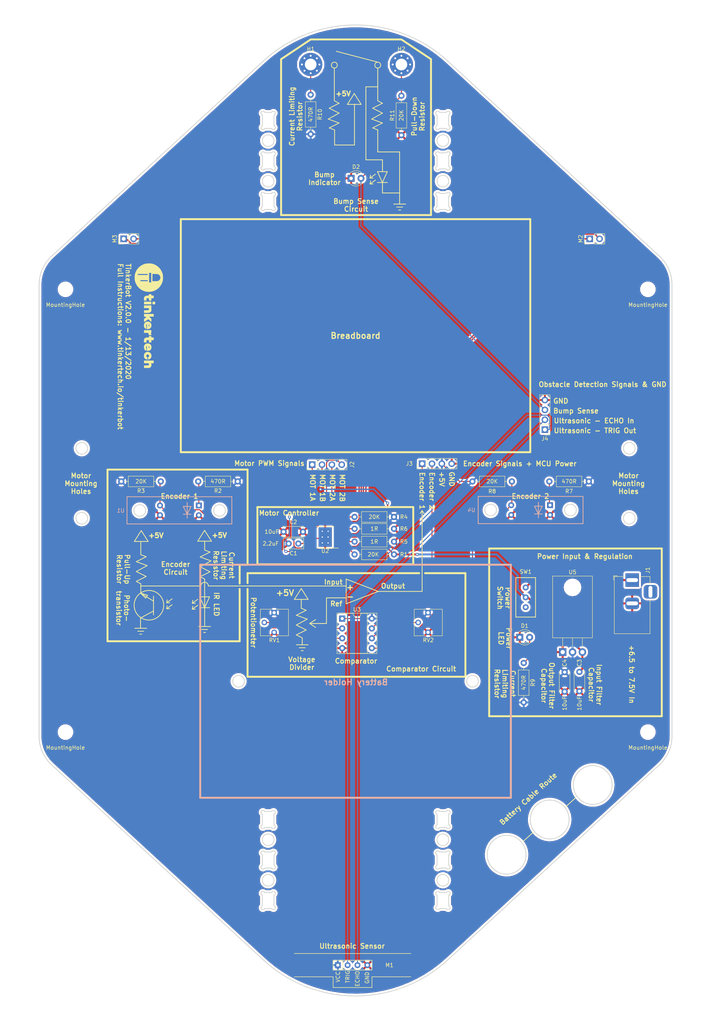
<source format=kicad_pcb>
(kicad_pcb (version 20171130) (host pcbnew "(5.0.1)-3")
  (layers (0 F.Cu signal) (31 B.Cu signal hide) (34 B.Paste user) (35 F.Paste user) (36 B.SilkS user) (37 F.SilkS user) (38 B.Mask user) (39 F.Mask user) (44 Edge.Cuts user))
  (net 0 "")
  (net 1 "Net-(C1-Pad1)")
  (net 2 GND)
  (net 3 +BATT)
  (net 4 "Net-(J2-Pad1)")
  (net 5 "Net-(J2-Pad2)")
  (net 6 "Net-(J2-Pad3)")
  (net 7 "Net-(J2-Pad4)")
  (net 8 +5V)
  (net 9 TRIG)
  (net 10 ECHO)
  (net 11 "Net-(M2-Pad2)")
  (net 12 "Net-(M2-Pad1)")
  (net 13 "Net-(M3-Pad1)")
  (net 14 "Net-(M3-Pad2)")
  (net 15 "Net-(R1-Pad2)")
  (net 16 "Net-(R2-Pad2)")
  (net 17 nFAULT)
  (net 18 "Net-(R5-Pad2)")
  (net 19 "Net-(R6-Pad2)")
  (net 20 "Net-(R7-Pad2)")
  (net 21 "Net-(U2-Pad11)")
  (net 22 IR_GATE_OUT_1)
  (net 23 "Net-(RV1-Pad2)")
  (net 24 "Net-(RV2-Pad2)")
  (net 25 IR_GATE_COMP_1)
  (net 26 IR_GATE_OUT_2)
  (net 27 IR_GATE_COMP_2)
  (net 28 "Net-(D1-Pad2)")
  (net 29 BUMP_INDICATOR)
  (net 30 "Net-(H1-Pad1)")
  (net 31 "Net-(J1-Pad1)")
  (net 32 "Net-(SW1-Pad3)")
  (module Symbol:TinkerTech-Logo_27.6x8mm_SilkScreen (layer F.Cu) (at -53.509 -50.211 270)
    (fp_text reference SYM1 hide)
    (fp_text value TT_Logo hide)
  )
  (module Resistor_THT:R_Axial_DIN0207_L6.3mm_D2.5mm_P10.16mm_Horizontal (layer F.Cu) (at 9.61 1.605 180)
    (fp_text reference R4 (at -2.54 0 180) (layer F.SilkS))
    (fp_text value 20K (at 5.08 0 180) (layer F.SilkS))
    (pad 2 thru_hole oval (at 10.16 0 180) (size 1.6 1.6) (drill 0.8) (layers *.Cu *.Mask) (net 17 nFAULT))
    (pad 1 thru_hole circle (at 0 0 180) (size 1.6 1.6) (drill 0.8) (layers *.Cu *.Mask) (net 8 +5V))
  )
  (module TinkerTech-Modules:HC-SR04-Labeled-Short-Silk (layer F.Cu) (at -1.065 117.005)
    (fp_text reference M1 (at 9.5 0) (layer F.SilkS))
    (fp_text value HC-SR04_Ultrasonic_Sensor)
    (fp_text user VCC (at -3.75 3 90) (layer F.SilkS))
    (fp_text user GND (at 3.75 3.25 90) (layer F.SilkS))
    (fp_text user TRIG (at -1.25 3 90) (layer F.SilkS))
    (fp_text user ECHO (at 1.25 3.5 90) (layer F.SilkS))
    (pad 1 thru_hole rect (at -3.81 0) (size 1.524 1.524) (drill 0.762) (layers *.Cu *.Mask) (net 8 +5V))
    (pad 2 thru_hole circle (at -1.27 0) (size 1.524 1.524) (drill 0.762) (layers *.Cu *.Mask) (net 9 TRIG))
    (pad 3 thru_hole circle (at 1.27 0) (size 1.524 1.524) (drill 0.762) (layers *.Cu *.Mask) (net 10 ECHO))
    (pad 4 thru_hole circle (at 3.81 0) (size 1.524 1.524) (drill 0.762) (layers *.Cu *.Mask) (net 2 GND))
  )
  (module Capacitor_THT:C_Disc_D5.0mm_W2.5mm_P2.50mm (layer F.Cu) (at -15.028 8.463 180)
    (fp_text reference C1 (at 1.25 -2.5 180) (layer F.SilkS))
    (fp_text value 2.2uF (at 7.112 0 180) (layer F.SilkS))
    (pad 1 thru_hole circle (at 0 0 180) (size 1.6 1.6) (drill 0.8) (layers *.Cu *.Mask) (net 1 "Net-(C1-Pad1)"))
    (pad 2 thru_hole circle (at 2.5 0 180) (size 1.6 1.6) (drill 0.8) (layers *.Cu *.Mask) (net 2 GND))
  )
  (module Capacitor_THT:C_Disc_D5.0mm_W2.5mm_P5.00mm (layer F.Cu) (at -18.838 5.415)
    (fp_text reference C2 (at 2.5 -2.5) (layer F.SilkS))
    (fp_text value 10uF (at -3.048 0) (layer F.SilkS))
    (pad 1 thru_hole circle (at 0 0) (size 1.6 1.6) (drill 0.8) (layers *.Cu *.Mask) (net 2 GND))
    (pad 2 thru_hole circle (at 5 0) (size 1.6 1.6) (drill 0.8) (layers *.Cu *.Mask) (net 3 +BATT))
  )
  (module Connector_BarrelJack:BarrelJack_Horizontal (layer F.Cu) (at 70.951 17.861 90)
    (fp_text reference J1 (at 2.54 4.003 90) (layer F.SilkS))
    (fp_text value Barrel_Jack)
    (pad 1 thru_hole rect (at 0 0 90) (size 3.5 3.5) (drill oval 1 3) (layers *.Cu *.Mask) (net 31 "Net-(J1-Pad1)"))
    (pad 2 thru_hole roundrect (at -6 0 90) (size 3 3.5) (drill oval 1 3) (layers *.Cu *.Mask) (net 2 GND))
    (pad 3 thru_hole roundrect (at -3 4.7 90) (size 3.5 3.5) (drill oval 3 1) (layers *.Cu *.Mask))
  )
  (module Connector_PinHeader_2.54mm:PinHeader_1x04_P2.54mm_Vertical (layer F.Cu) (at -11.472 -11.857 90)
    (fp_text reference J2 (at 0 10.287 90) (layer F.SilkS))
    (fp_text value Conn_01x04_Female)
    (pad 1 thru_hole rect (at 0 0 90) (size 1.7 1.7) (drill 1) (layers *.Cu *.Mask) (net 4 "Net-(J2-Pad1)"))
    (pad 2 thru_hole oval (at 0 2.54 90) (size 1.7 1.7) (drill 1) (layers *.Cu *.Mask) (net 5 "Net-(J2-Pad2)"))
    (pad 3 thru_hole oval (at 0 5.08 90) (size 1.7 1.7) (drill 1) (layers *.Cu *.Mask) (net 6 "Net-(J2-Pad3)"))
    (pad 4 thru_hole oval (at 0 7.62 90) (size 1.7 1.7) (drill 1) (layers *.Cu *.Mask) (net 7 "Net-(J2-Pad4)"))
  )
  (module Connector_PinHeader_2.54mm:PinHeader_1x02_P2.54mm_Vertical (layer F.Cu) (at 60 -70 90)
    (fp_text reference M2 (at 0 -2.33 90) (layer F.SilkS))
    (fp_text value Motor_DC)
    (pad 2 thru_hole oval (at 0 2.54 90) (size 1.7 1.7) (drill 1) (layers *.Cu *.Mask) (net 11 "Net-(M2-Pad2)"))
    (pad 1 thru_hole rect (at 0 0 90) (size 1.7 1.7) (drill 1) (layers *.Cu *.Mask) (net 12 "Net-(M2-Pad1)"))
  )
  (module Connector_PinHeader_2.54mm:PinHeader_1x02_P2.54mm_Vertical (layer F.Cu) (at -60 -70 90)
    (fp_text reference M3 (at 0 -2.33 90) (layer F.SilkS))
    (fp_text value Motor_DC)
    (pad 1 thru_hole rect (at 0 0 90) (size 1.7 1.7) (drill 1) (layers *.Cu *.Mask) (net 13 "Net-(M3-Pad1)"))
    (pad 2 thru_hole oval (at 0 2.54 90) (size 1.7 1.7) (drill 1) (layers *.Cu *.Mask) (net 14 "Net-(M3-Pad2)"))
  )
  (module Resistor_THT:R_Axial_DIN0207_L6.3mm_D2.5mm_P10.16mm_Horizontal (layer F.Cu) (at 9.61 11.257 180)
    (fp_text reference R1 (at -2.54 0 180) (layer F.SilkS))
    (fp_text value 20K (at 5.334 0 180) (layer F.SilkS))
    (pad 1 thru_hole circle (at 0 0 180) (size 1.6 1.6) (drill 0.8) (layers *.Cu *.Mask) (net 3 +BATT))
    (pad 2 thru_hole oval (at 10.16 0 180) (size 1.6 1.6) (drill 0.8) (layers *.Cu *.Mask) (net 15 "Net-(R1-Pad2)"))
  )
  (module Resistor_THT:R_Axial_DIN0207_L6.3mm_D2.5mm_P10.16mm_Horizontal (layer F.Cu) (at -30.649 -7.539 180)
    (fp_text reference R2 (at 5.08 -2.413 180) (layer F.SilkS))
    (fp_text value 470R (at 5.08 0 180) (layer F.SilkS))
    (pad 2 thru_hole oval (at 10.16 0 180) (size 1.6 1.6) (drill 0.8) (layers *.Cu *.Mask) (net 16 "Net-(R2-Pad2)"))
    (pad 1 thru_hole circle (at 0 0 180) (size 1.6 1.6) (drill 0.8) (layers *.Cu *.Mask) (net 8 +5V))
  )
  (module Resistor_THT:R_Axial_DIN0207_L6.3mm_D2.5mm_P10.16mm_Horizontal (layer F.Cu) (at -60.621 -7.539)
    (fp_text reference R3 (at 5.08 2.413) (layer F.SilkS))
    (fp_text value 20K (at 5.08 0) (layer F.SilkS))
    (pad 1 thru_hole circle (at 0 0) (size 1.6 1.6) (drill 0.8) (layers *.Cu *.Mask) (net 8 +5V))
    (pad 2 thru_hole oval (at 10.16 0) (size 1.6 1.6) (drill 0.8) (layers *.Cu *.Mask) (net 22 IR_GATE_OUT_1))
  )
  (module Resistor_THT:R_Axial_DIN0207_L6.3mm_D2.5mm_P10.16mm_Horizontal (layer F.Cu) (at 9.61 7.955 180)
    (fp_text reference R5 (at -2.54 0 180) (layer F.SilkS))
    (fp_text value 1R (at 5.08 0 180) (layer F.SilkS))
    (pad 1 thru_hole circle (at 0 0 180) (size 1.6 1.6) (drill 0.8) (layers *.Cu *.Mask) (net 2 GND))
    (pad 2 thru_hole oval (at 10.16 0 180) (size 1.6 1.6) (drill 0.8) (layers *.Cu *.Mask) (net 18 "Net-(R5-Pad2)"))
  )
  (module Resistor_THT:R_Axial_DIN0207_L6.3mm_D2.5mm_P10.16mm_Horizontal (layer F.Cu) (at 9.61 4.653 180)
    (fp_text reference R6 (at -2.54 0 180) (layer F.SilkS))
    (fp_text value 1R (at 5.08 0 180) (layer F.SilkS))
    (pad 2 thru_hole oval (at 10.16 0 180) (size 1.6 1.6) (drill 0.8) (layers *.Cu *.Mask) (net 19 "Net-(R6-Pad2)"))
    (pad 1 thru_hole circle (at 0 0 180) (size 1.6 1.6) (drill 0.8) (layers *.Cu *.Mask) (net 2 GND))
  )
  (module Resistor_THT:R_Axial_DIN0207_L6.3mm_D2.5mm_P10.16mm_Horizontal (layer F.Cu) (at 59.775 -7.539 180)
    (fp_text reference R7 (at 5.08 -2.54 180) (layer F.SilkS))
    (fp_text value 470R (at 5.08 0 180) (layer F.SilkS))
    (pad 1 thru_hole circle (at 0 0 180) (size 1.6 1.6) (drill 0.8) (layers *.Cu *.Mask) (net 8 +5V))
    (pad 2 thru_hole oval (at 10.16 0 180) (size 1.6 1.6) (drill 0.8) (layers *.Cu *.Mask) (net 20 "Net-(R7-Pad2)"))
  )
  (module Resistor_THT:R_Axial_DIN0207_L6.3mm_D2.5mm_P10.16mm_Horizontal (layer F.Cu) (at 29.803 -7.539)
    (fp_text reference R8 (at 5.08 2.54) (layer F.SilkS))
    (fp_text value 20K (at 5.08 0) (layer F.SilkS))
    (pad 2 thru_hole oval (at 10.16 0) (size 1.6 1.6) (drill 0.8) (layers *.Cu *.Mask) (net 26 IR_GATE_OUT_2))
    (pad 1 thru_hole circle (at 0 0) (size 1.6 1.6) (drill 0.8) (layers *.Cu *.Mask) (net 8 +5V))
  )
  (module TinkerTech-Modules:Infrared_Gate (layer B.Cu) (at -45.657 -0.095 180)
    (fp_text reference U1 (at 15.135 -0.049 180) (layer B.SilkS) (effects (justify mirror)))
    (fp_text value Infrared_Gate)
    (pad 4 thru_hole circle (at 5 1.25 180) (size 1.524 1.524) (drill 0.762) (layers *.Cu *.Mask) (net 22 IR_GATE_OUT_1))
    (pad 3 thru_hole circle (at 5 -1.25 180) (size 1.524 1.524) (drill 0.762) (layers *.Cu *.Mask) (net 2 GND))
    (pad 2 thru_hole circle (at -5 -1.25 180) (size 1.524 1.524) (drill 0.762) (layers *.Cu *.Mask) (net 2 GND))
    (pad 1 thru_hole rect (at -5 1.25 180) (size 1.524 1.524) (drill 0.762) (layers *.Cu *.Mask) (net 16 "Net-(R2-Pad2)"))
  )
  (module Package_SO:HTSSOP-16-1EP_4.4x5mm_P0.65mm_EP3.4x5mm_Mask2.46x2.31mm_ThermalVias (layer F.Cu) (at -8.112 6.793 180)
    (fp_text reference U2 (at 0 -3.55 180) (layer F.SilkS))
    (fp_text value DRV8833PWP)
    (pad 17 smd rect (at 0 0 180) (size 3.4 5) (layers B.Cu) (net 2 GND))
    (pad 1 smd rect (at -2.775 -2.275 180) (size 1.05 0.45) (layers F.Cu F.Paste F.Mask) (net 15 "Net-(R1-Pad2)"))
    (pad 2 smd rect (at -2.775 -1.625 180) (size 1.05 0.45) (layers F.Cu F.Paste F.Mask) (net 12 "Net-(M2-Pad1)"))
    (pad 3 smd rect (at -2.775 -0.975 180) (size 1.05 0.45) (layers F.Cu F.Paste F.Mask) (net 18 "Net-(R5-Pad2)"))
    (pad 4 smd rect (at -2.775 -0.325 180) (size 1.05 0.45) (layers F.Cu F.Paste F.Mask) (net 11 "Net-(M2-Pad2)"))
    (pad 5 smd rect (at -2.775 0.325 180) (size 1.05 0.45) (layers F.Cu F.Paste F.Mask) (net 14 "Net-(M3-Pad2)"))
    (pad 6 smd rect (at -2.775 0.975 180) (size 1.05 0.45) (layers F.Cu F.Paste F.Mask) (net 19 "Net-(R6-Pad2)"))
    (pad 7 smd rect (at -2.775 1.625 180) (size 1.05 0.45) (layers F.Cu F.Paste F.Mask) (net 13 "Net-(M3-Pad1)"))
    (pad 8 smd rect (at -2.775 2.275 180) (size 1.05 0.45) (layers F.Cu F.Paste F.Mask) (net 17 nFAULT))
    (pad 9 smd rect (at 2.775 2.275 180) (size 1.05 0.45) (layers F.Cu F.Paste F.Mask) (net 6 "Net-(J2-Pad3)"))
    (pad 10 smd rect (at 2.775 1.625 180) (size 1.05 0.45) (layers F.Cu F.Paste F.Mask) (net 7 "Net-(J2-Pad4)"))
    (pad 11 smd rect (at 2.775 0.975 180) (size 1.05 0.45) (layers F.Cu F.Paste F.Mask) (net 21 "Net-(U2-Pad11)"))
    (pad 12 smd rect (at 2.775 0.325 180) (size 1.05 0.45) (layers F.Cu F.Paste F.Mask) (net 3 +BATT))
    (pad 13 smd rect (at 2.775 -0.325 180) (size 1.05 0.45) (layers F.Cu F.Paste F.Mask) (net 2 GND))
    (pad 14 smd rect (at 2.775 -0.975 180) (size 1.05 0.45) (layers F.Cu F.Paste F.Mask) (net 1 "Net-(C1-Pad1)"))
    (pad 15 smd rect (at 2.775 -1.625 180) (size 1.05 0.45) (layers F.Cu F.Paste F.Mask) (net 5 "Net-(J2-Pad2)"))
    (pad 16 smd rect (at 2.775 -2.275 180) (size 1.05 0.45) (layers F.Cu F.Paste F.Mask) (net 4 "Net-(J2-Pad1)"))
    (pad 17 smd rect (at 0 0 180) (size 3.4 5) (layers F.Cu) (net 2 GND))
    (pad 17 thru_hole circle (at -0.75 -1.5 180) (size 0.75 0.75) (drill 0.33) (layers *.Cu) (net 2 GND))
    (pad 17 thru_hole circle (at 0.75 -1.5 180) (size 0.75 0.75) (drill 0.33) (layers *.Cu) (net 2 GND))
    (pad 17 thru_hole circle (at -0.75 0 180) (size 0.75 0.75) (drill 0.33) (layers *.Cu) (net 2 GND))
    (pad 17 thru_hole circle (at 0.75 0 180) (size 0.75 0.75) (drill 0.33) (layers *.Cu) (net 2 GND))
    (pad 17 thru_hole circle (at -0.75 1.5 180) (size 0.75 0.75) (drill 0.33) (layers *.Cu) (net 2 GND))
    (pad 17 thru_hole circle (at 0.75 1.5 180) (size 0.75 0.75) (drill 0.33) (layers *.Cu) (net 2 GND))
  )
  (module Potentiometer_THT:Potentiometer_Vishay_T73YP_Vertical (layer F.Cu) (at -21.251 26.243 180)
    (fp_text reference RV1 (at -0.06 -7.09 180) (layer F.SilkS))
    (fp_text value R_POT_TRIM)
    (pad 1 thru_hole circle (at 0 0 180) (size 1.44 1.44) (drill 0.8) (layers *.Cu *.Mask) (net 8 +5V))
    (pad 2 thru_hole circle (at 2.54 -2.54 180) (size 1.44 1.44) (drill 0.8) (layers *.Cu *.Mask) (net 23 "Net-(RV1-Pad2)"))
    (pad 3 thru_hole circle (at 0 -5.08 180) (size 1.44 1.44) (drill 0.8) (layers *.Cu *.Mask) (net 2 GND))
  )
  (module Potentiometer_THT:Potentiometer_Vishay_T73YP_Vertical (layer F.Cu) (at 18.373 26.243 180)
    (fp_text reference RV2 (at -0.06 -7.09 180) (layer F.SilkS))
    (fp_text value R_POT_TRIM)
    (pad 3 thru_hole circle (at 0 -5.08 180) (size 1.44 1.44) (drill 0.8) (layers *.Cu *.Mask) (net 2 GND))
    (pad 2 thru_hole circle (at 2.54 -2.54 180) (size 1.44 1.44) (drill 0.8) (layers *.Cu *.Mask) (net 24 "Net-(RV2-Pad2)"))
    (pad 1 thru_hole circle (at 0 0 180) (size 1.44 1.44) (drill 0.8) (layers *.Cu *.Mask) (net 8 +5V))
  )
  (module TinkerTech-Modules:Infrared_Gate (layer B.Cu) (at 44.789 -0.173 180)
    (fp_text reference U4 (at 15.24 0 180) (layer B.SilkS) (effects (justify mirror)))
    (fp_text value Infrared_Gate)
    (pad 4 thru_hole circle (at 5 1.25 180) (size 1.524 1.524) (drill 0.762) (layers *.Cu *.Mask) (net 26 IR_GATE_OUT_2))
    (pad 3 thru_hole circle (at 5 -1.25 180) (size 1.524 1.524) (drill 0.762) (layers *.Cu *.Mask) (net 2 GND))
    (pad 2 thru_hole circle (at -5 -1.25 180) (size 1.524 1.524) (drill 0.762) (layers *.Cu *.Mask) (net 2 GND))
    (pad 1 thru_hole rect (at -5 1.25 180) (size 1.524 1.524) (drill 0.762) (layers *.Cu *.Mask) (net 20 "Net-(R7-Pad2)"))
  )
  (module Capacitor_THT:C_Disc_D5.0mm_W2.5mm_P5.00mm (layer F.Cu) (at 57.362 41.483 270)
    (fp_text reference C3 (at -2.286 0 270) (layer F.SilkS))
    (fp_text value 10uF (at 8.128 0 90) (layer F.SilkS))
    (pad 1 thru_hole circle (at 0 0 270) (size 1.6 1.6) (drill 0.8) (layers *.Cu *.Mask) (net 3 +BATT))
    (pad 2 thru_hole circle (at 5 0 270) (size 1.6 1.6) (drill 0.8) (layers *.Cu *.Mask) (net 2 GND))
  )
  (module Capacitor_THT:C_Disc_D5.0mm_W2.5mm_P5.00mm (layer F.Cu) (at 53.552 46.563 90)
    (fp_text reference C4 (at 7.366 0 90) (layer F.SilkS))
    (fp_text value 10uF (at -3.048 0 90) (layer F.SilkS))
    (pad 2 thru_hole circle (at 5 0 90) (size 1.6 1.6) (drill 0.8) (layers *.Cu *.Mask) (net 8 +5V))
    (pad 1 thru_hole circle (at 0 0 90) (size 1.6 1.6) (drill 0.8) (layers *.Cu *.Mask) (net 2 GND))
  )
  (module Package_TO_SOT_THT:TO-220-3_Horizontal_TabDown (layer F.Cu) (at 53.044 36.403)
    (fp_text reference U5 (at 2.54 -20.58) (layer F.SilkS))
    (fp_text value LM1117-5.0)
    (pad "" np_thru_hole oval (at 2.54 -16.66) (size 3.5 3.5) (drill 3.5) (layers *.Cu *.Mask))
    (pad 1 thru_hole rect (at 0 0) (size 1.905 2) (drill 1.1) (layers *.Cu *.Mask) (net 2 GND))
    (pad 2 thru_hole oval (at 2.54 0) (size 1.905 2) (drill 1.1) (layers *.Cu *.Mask) (net 8 +5V))
    (pad 3 thru_hole oval (at 5.08 0) (size 1.905 2) (drill 1.1) (layers *.Cu *.Mask) (net 3 +BATT))
  )
  (module Connector_PinHeader_2.54mm:PinHeader_1x04_P2.54mm_Vertical (layer F.Cu) (at 16.849 -12.111 90)
    (fp_text reference J3 (at 0 -3.302) (layer F.SilkS))
    (fp_text value Conn_01x04_Female)
    (pad 1 thru_hole rect (at 0 0 90) (size 1.7 1.7) (drill 1) (layers *.Cu *.Mask) (net 25 IR_GATE_COMP_1))
    (pad 2 thru_hole oval (at 0 2.54 90) (size 1.7 1.7) (drill 1) (layers *.Cu *.Mask) (net 27 IR_GATE_COMP_2))
    (pad 3 thru_hole oval (at 0 5.08 90) (size 1.7 1.7) (drill 1) (layers *.Cu *.Mask) (net 8 +5V))
    (pad 4 thru_hole oval (at 0 7.62 90) (size 1.7 1.7) (drill 1) (layers *.Cu *.Mask) (net 2 GND))
  )
  (module Package_DIP:DIP-8_W7.62mm_Socket (layer F.Cu) (at -3.730265 27.767)
    (fp_text reference U3 (at 3.81 -2.33) (layer F.SilkS))
    (fp_text value LM393)
    (pad 1 thru_hole rect (at 0 0) (size 1.6 1.6) (drill 0.8) (layers *.Cu *.Mask) (net 25 IR_GATE_COMP_1))
    (pad 5 thru_hole oval (at 7.62 7.62) (size 1.6 1.6) (drill 0.8) (layers *.Cu *.Mask) (net 26 IR_GATE_OUT_2))
    (pad 2 thru_hole oval (at 0 2.54) (size 1.6 1.6) (drill 0.8) (layers *.Cu *.Mask) (net 23 "Net-(RV1-Pad2)"))
    (pad 6 thru_hole oval (at 7.62 5.08) (size 1.6 1.6) (drill 0.8) (layers *.Cu *.Mask) (net 24 "Net-(RV2-Pad2)"))
    (pad 3 thru_hole oval (at 0 5.08) (size 1.6 1.6) (drill 0.8) (layers *.Cu *.Mask) (net 22 IR_GATE_OUT_1))
    (pad 7 thru_hole oval (at 7.62 2.54) (size 1.6 1.6) (drill 0.8) (layers *.Cu *.Mask) (net 27 IR_GATE_COMP_2))
    (pad 4 thru_hole oval (at 0 7.62) (size 1.6 1.6) (drill 0.8) (layers *.Cu *.Mask) (net 2 GND))
    (pad 8 thru_hole oval (at 7.62 0) (size 1.6 1.6) (drill 0.8) (layers *.Cu *.Mask) (net 8 +5V))
  )
  (module LED_THT:LED_D3.0mm (layer F.Cu) (at 41.995 32.593)
    (fp_text reference D1 (at 1.27 -2.96) (layer F.SilkS))
    (fp_text value LED)
    (pad 1 thru_hole rect (at 0 0) (size 1.8 1.8) (drill 0.9) (layers *.Cu *.Mask) (net 2 GND))
    (pad 2 thru_hole circle (at 2.54 0) (size 1.8 1.8) (drill 0.9) (layers *.Cu *.Mask) (net 28 "Net-(D1-Pad2)"))
  )
  (module LED_THT:LED_D3.0mm (layer F.Cu) (at -1.439 -85.5678)
    (fp_text reference D2 (at 1.27 -2.96) (layer F.SilkS))
    (fp_text value LED)
    (pad 2 thru_hole circle (at 2.54 0) (size 1.8 1.8) (drill 0.9) (layers *.Cu *.Mask) (net 29 BUMP_INDICATOR))
    (pad 1 thru_hole rect (at 0 0) (size 1.8 1.8) (drill 0.9) (layers *.Cu *.Mask) (net 2 GND))
  )
  (module MountingHole:MountingHole_3mm_Pad_Via (layer F.Cu) (at -11.853 -114.887)
    (fp_text reference H1 (at 0 -4) (layer F.SilkS))
    (fp_text value MountingHole_Pad)
    (pad 1 thru_hole circle (at 0 0) (size 6 6) (drill 3) (layers *.Cu *.Mask) (net 30 "Net-(H1-Pad1)"))
    (pad 1 thru_hole circle (at 2.25 0) (size 0.8 0.8) (drill 0.5) (layers *.Cu *.Mask) (net 30 "Net-(H1-Pad1)"))
    (pad 1 thru_hole circle (at 1.59099 1.59099) (size 0.8 0.8) (drill 0.5) (layers *.Cu *.Mask) (net 30 "Net-(H1-Pad1)"))
    (pad 1 thru_hole circle (at 0 2.25) (size 0.8 0.8) (drill 0.5) (layers *.Cu *.Mask) (net 30 "Net-(H1-Pad1)"))
    (pad 1 thru_hole circle (at -1.59099 1.59099) (size 0.8 0.8) (drill 0.5) (layers *.Cu *.Mask) (net 30 "Net-(H1-Pad1)"))
    (pad 1 thru_hole circle (at -2.25 0) (size 0.8 0.8) (drill 0.5) (layers *.Cu *.Mask) (net 30 "Net-(H1-Pad1)"))
    (pad 1 thru_hole circle (at -1.59099 -1.59099) (size 0.8 0.8) (drill 0.5) (layers *.Cu *.Mask) (net 30 "Net-(H1-Pad1)"))
    (pad 1 thru_hole circle (at 0 -2.25) (size 0.8 0.8) (drill 0.5) (layers *.Cu *.Mask) (net 30 "Net-(H1-Pad1)"))
    (pad 1 thru_hole circle (at 1.59099 -1.59099) (size 0.8 0.8) (drill 0.5) (layers *.Cu *.Mask) (net 30 "Net-(H1-Pad1)"))
  )
  (module MountingHole:MountingHole_3mm_Pad_Via (layer F.Cu) (at 11.515 -114.887)
    (fp_text reference H2 (at 0 -4) (layer F.SilkS))
    (fp_text value MountingHole_Pad)
    (pad 1 thru_hole circle (at 1.59099 -1.59099) (size 0.8 0.8) (drill 0.5) (layers *.Cu *.Mask) (net 29 BUMP_INDICATOR))
    (pad 1 thru_hole circle (at 0 -2.25) (size 0.8 0.8) (drill 0.5) (layers *.Cu *.Mask) (net 29 BUMP_INDICATOR))
    (pad 1 thru_hole circle (at -1.59099 -1.59099) (size 0.8 0.8) (drill 0.5) (layers *.Cu *.Mask) (net 29 BUMP_INDICATOR))
    (pad 1 thru_hole circle (at -2.25 0) (size 0.8 0.8) (drill 0.5) (layers *.Cu *.Mask) (net 29 BUMP_INDICATOR))
    (pad 1 thru_hole circle (at -1.59099 1.59099) (size 0.8 0.8) (drill 0.5) (layers *.Cu *.Mask) (net 29 BUMP_INDICATOR))
    (pad 1 thru_hole circle (at 0 2.25) (size 0.8 0.8) (drill 0.5) (layers *.Cu *.Mask) (net 29 BUMP_INDICATOR))
    (pad 1 thru_hole circle (at 1.59099 1.59099) (size 0.8 0.8) (drill 0.5) (layers *.Cu *.Mask) (net 29 BUMP_INDICATOR))
    (pad 1 thru_hole circle (at 2.25 0) (size 0.8 0.8) (drill 0.5) (layers *.Cu *.Mask) (net 29 BUMP_INDICATOR))
    (pad 1 thru_hole circle (at 0 0) (size 6 6) (drill 3) (layers *.Cu *.Mask) (net 29 BUMP_INDICATOR))
  )
  (module Connector_PinHeader_2.54mm:PinHeader_1x04_P2.54mm_Vertical (layer F.Cu) (at 48.472 -20.874 180)
    (fp_text reference J4 (at 0 -2.33 180) (layer F.SilkS))
    (fp_text value Conn_01x04_Female)
    (pad 1 thru_hole rect (at 0 0 180) (size 1.7 1.7) (drill 1) (layers *.Cu *.Mask) (net 9 TRIG))
    (pad 2 thru_hole oval (at 0 2.54 180) (size 1.7 1.7) (drill 1) (layers *.Cu *.Mask) (net 10 ECHO))
    (pad 3 thru_hole oval (at 0 5.08 180) (size 1.7 1.7) (drill 1) (layers *.Cu *.Mask) (net 29 BUMP_INDICATOR))
    (pad 4 thru_hole oval (at 0 7.62 180) (size 1.7 1.7) (drill 1) (layers *.Cu *.Mask) (net 2 GND))
  )
  (module Resistor_THT:R_Axial_DIN0207_L6.3mm_D2.5mm_P10.16mm_Horizontal (layer F.Cu) (at 43.011 39.197 270)
    (fp_text reference R9 (at 5.08 -2.37 270) (layer F.SilkS))
    (fp_text value 470R (at 5.08 0 270) (layer F.SilkS))
    (pad 1 thru_hole circle (at 0 0 270) (size 1.6 1.6) (drill 0.8) (layers *.Cu *.Mask) (net 28 "Net-(D1-Pad2)"))
    (pad 2 thru_hole oval (at 10.16 0 270) (size 1.6 1.6) (drill 0.8) (layers *.Cu *.Mask) (net 8 +5V))
  )
  (module Resistor_THT:R_Axial_DIN0207_L6.3mm_D2.5mm_P10.16mm_Horizontal (layer F.Cu) (at -11.853 -107.107 270)
    (fp_text reference R10 (at 5.08 -2.37 270) (layer F.SilkS))
    (fp_text value 470R (at 5.08 0 270) (layer F.SilkS))
    (pad 1 thru_hole circle (at 0 0 270) (size 1.6 1.6) (drill 0.8) (layers *.Cu *.Mask) (net 30 "Net-(H1-Pad1)"))
    (pad 2 thru_hole oval (at 10.16 0 270) (size 1.6 1.6) (drill 0.8) (layers *.Cu *.Mask) (net 8 +5V))
  )
  (module Resistor_THT:R_Axial_DIN0207_L6.3mm_D2.5mm_P10.16mm_Horizontal (layer F.Cu) (at 11.515 -96.693 90)
    (fp_text reference R11 (at 5.08 -2.37 90) (layer F.SilkS))
    (fp_text value 20K (at 5.08 0 90) (layer F.SilkS))
    (pad 2 thru_hole oval (at 10.16 0 90) (size 1.6 1.6) (drill 0.8) (layers *.Cu *.Mask) (net 29 BUMP_INDICATOR))
    (pad 1 thru_hole circle (at 0 0 90) (size 1.6 1.6) (drill 0.8) (layers *.Cu *.Mask) (net 2 GND))
  )
  (module TinkerTech-Switches:SPDT_Slide_Switch_2.54mm_pitch (layer F.Cu) (at 43.519 22.306 270)
    (fp_text reference SW1 (at -6.604 0) (layer F.SilkS))
    (fp_text value SW_SPDT)
    (pad 1 thru_hole circle (at -2.54 0 270) (size 1.524 1.524) (drill 0.762) (layers *.Cu *.Mask) (net 31 "Net-(J1-Pad1)"))
    (pad 2 thru_hole circle (at 0 0 270) (size 1.524 1.524) (drill 0.762) (layers *.Cu *.Mask) (net 3 +BATT))
    (pad 3 thru_hole circle (at 2.54 0 270) (size 1.524 1.524) (drill 0.762) (layers *.Cu *.Mask) (net 32 "Net-(SW1-Pad3)"))
  )
  (module MountingHole:MountingHole_3mm (layer F.Cu) (at -75 -57)
    (fp_text reference H3 hide)
    (fp_text value MountingHole (at 0 4) (layer F.SilkS))
    (pad 1 np_thru_hole circle (at 0 0) (size 3 3) (drill 3) (layers *.Cu *.Mask))
  )
  (module MountingHole:MountingHole_3mm (layer F.Cu) (at 75 -57)
    (fp_text reference H4 hide)
    (fp_text value MountingHole (at 0 4) (layer F.SilkS))
    (pad 1 np_thru_hole circle (at 0 0) (size 3 3) (drill 3) (layers *.Cu *.Mask))
  )
  (module MountingHole:MountingHole_3mm (layer F.Cu) (at -75 57)
    (fp_text reference H5 hide)
    (fp_text value MountingHole (at 0 4) (layer F.SilkS))
    (pad 1 np_thru_hole circle (at 0 0) (size 3 3) (drill 3) (layers *.Cu *.Mask))
  )
  (module MountingHole:MountingHole_3mm (layer F.Cu) (at 75 57)
    (fp_text reference H6 hide)
    (fp_text value MountingHole (at 0 4) (layer F.SilkS))
    (pad 1 np_thru_hole circle (at 0 0) (size 3 3) (drill 3) (layers *.Cu *.Mask))
  )
  (gr_line (start -55.6006 19.3802) (end -40.132 19.3802) (layer F.SilkS) (width 0.2))
  (gr_arc (start -39.1668 19.3802) (end -38.2016 19.3802) (angle -180) (layer F.SilkS) (width 0.2))
  (gr_text "Obstacle Detection Signals & GND" (at 46.736 -32.512) (layer F.SilkS) (effects (font (size 1.25 1.25) (thickness 0.25)) (justify left)))
  (gr_line (start 53.848 76.2) (end 56.388 73.914) (layer F.SilkS) (width 0.2))
  (gr_line (start 42.926 85.09) (end 45.466 82.804) (layer F.SilkS) (width 0.2))
  (gr_text "Motor\nMounting\nHoles" (at 70 -7) (layer F.SilkS) (effects (font (size 1.25 1.25) (thickness 0.25))))
  (gr_text "Motor\nMounting\nHoles" (at -71 -7) (layer F.SilkS) (effects (font (size 1.25 1.25) (thickness 0.25))))
  (gr_text "Ultrasonic Sensor" (at -1.185 112.095) (layer F.SilkS) (effects (font (size 1.25 1.25) (thickness 0.25))))
  (gr_text "Battery Cable Route" (at 44.196 74.168 42) (layer F.SilkS) (effects (font (size 1.25 1.25) (thickness 0.25))))
  (gr_text "TinkerBot V2.0.0 - 1/13/2020\nFull Instructions: www.tinkertech.io/tinkerbot" (at -59.859 -63.8 270) (layer F.SilkS) (effects (font (size 1.25 1.25) (thickness 0.25)) (justify left)))
  (gr_line (start -30.141 18.75) (end -30.141 13.924) (layer F.SilkS) (width 0.5))
  (gr_line (start -28.109 13.924) (end -30.141 13.924) (layer F.SilkS) (width 0.5))
  (gr_text "Encoder\nCircuit" (at -46.651 14.813) (layer F.SilkS) (effects (font (size 1.25 1.25) (thickness 0.25))))
  (gr_line (start 17.611 16.083) (end 28.0035 16.08074) (layer F.SilkS) (width 0.5))
  (gr_line (start -28.109 13.924) (end -28.109 -10.587) (layer F.SilkS) (width 0.5))
  (gr_line (start -64.177 -10.587) (end -28.109 -10.587) (layer F.SilkS) (width 0.5))
  (gr_line (start -30.141 33.609) (end -30.141 20.147) (layer F.SilkS) (width 0.5))
  (gr_line (start -30.141 33.609) (end -64.177 33.609) (layer F.SilkS) (width 0.5))
  (gr_line (start -64.177 -10.587) (end -64.177 33.609) (layer F.SilkS) (width 0.5))
  (gr_text "Comparator Circuit" (at 16.595 40.721) (layer F.SilkS) (effects (font (size 1.25 1.25) (thickness 0.25))))
  (gr_text "Bump Sense\nCircuit" (at -0.169 -78.659) (layer F.SilkS) (effects (font (size 1.25 1.25) (thickness 0.25))))
  (gr_line (start -11.853 -121.331) (end 11.515 -121.331) (layer F.SilkS) (width 0.5))
  (gr_line (start 11.515 -121.331) (end 19.135 -116.251) (layer F.SilkS) (width 0.5))
  (gr_line (start -11.853 -121.331) (end -19.473 -116.251) (layer F.SilkS) (width 0.5))
  (gr_line (start 19.135 -76.119) (end -19.473 -76.119) (layer F.SilkS) (width 0.5))
  (gr_line (start 19.135 -76.119) (end 19.135 -116.251) (layer F.SilkS) (width 0.5))
  (gr_line (start -19.473 -76.119) (end -19.473 -116.251) (layer F.SilkS) (width 0.5))
  (gr_text "Ultrasonic - TRIG Out" (at 50.631 -20.62) (layer F.SilkS) (effects (font (size 1.25 1.25) (thickness 0.25)) (justify left)))
  (gr_text GND (at 50.504 -28.24) (layer F.SilkS) (effects (font (size 1.25 1.25) (thickness 0.25)) (justify left)))
  (gr_text "Bump Sense" (at 50.504 -25.7) (layer F.SilkS) (effects (font (size 1.25 1.25) (thickness 0.25)) (justify left)))
  (gr_text "Ultrasonic - ECHO In" (at 50.631 -23.16) (layer F.SilkS) (effects (font (size 1.25 1.25) (thickness 0.25)) (justify left)))
  (gr_text "Battery Holder" (at -0.169 44.15) (layer B.SilkS) (effects (font (size 1.5 1.5) (thickness 0.3)) (justify mirror)))
  (gr_line (start -40.299 73.902497) (end 39.701 73.902497) (layer B.SilkS) (width 0.5))
  (gr_line (start 28 42.753) (end 28 16.083) (layer F.SilkS) (width 0.5))
  (gr_line (start -28.109 18.623) (end -28.109 16.083) (layer F.SilkS) (width 0.5))
  (gr_line (start -28.109 42.753) (end -28.109 20.147) (layer F.SilkS) (width 0.5))
  (gr_line (start -28.109 42.753) (end 28.0162 42.7482) (layer F.SilkS) (width 0.5))
  (gr_line (start -28.109 16.083) (end 16.087 16.083) (layer F.SilkS) (width 0.5))
  (gr_text "Current\nLimiting\nResistor" (at 38.185 44.531 270) (layer F.SilkS) (effects (font (size 1.25 1.25) (thickness 0.25))))
  (gr_text "Power\nLED" (at 38.185 32.847 270) (layer F.SilkS) (effects (font (size 1.25 1.25) (thickness 0.25))))
  (gr_text "Bump\nIndicator" (at -8.297 -85.517) (layer F.SilkS) (effects (font (size 1.25 1.25) (thickness 0.25))))
  (gr_text "Current Limiting\nResistor" (at -15.663 -101.519 90) (layer F.SilkS) (effects (font (size 1.25 1.25) (thickness 0.25))))
  (gr_text "Pull-Down\nResistor" (at 15.833 -101.519 90) (layer F.SilkS) (effects (font (size 1.25 1.25) (thickness 0.25))))
  (gr_line (start 6.6382 -81.8086) (end 11.0578 -81.8086) (layer F.SilkS) (width 0.2))
  (gr_line (start 6.6382 -84.501) (end 6.6382 -81.8086) (layer F.SilkS) (width 0.2))
  (gr_line (start 5.419 -92.375) (end 11.0578 -92.375) (layer F.SilkS) (width 0.2))
  (gr_line (start 5.419 -97.963) (end 5.419 -92.375) (layer F.SilkS) (width 0.2))
  (gr_line (start 6.6382 -90.343) (end 6.6382 -87.3204) (layer F.SilkS) (width 0.2))
  (gr_line (start 2.371 -90.343) (end 6.6382 -90.343) (layer F.SilkS) (width 0.2))
  (gr_line (start 2.371 -109.139) (end 2.371 -90.343) (layer F.SilkS) (width 0.2))
  (gr_line (start 5.419 -109.139) (end 2.371 -109.139) (layer F.SilkS) (width 0.2))
  (gr_line (start -0.5754 -94.153) (end -5.6554 -94.153) (layer F.SilkS) (width 0.2))
  (gr_line (start -0.5754 -104.6178) (end -0.5754 -94.153) (layer F.SilkS) (width 0.2))
  (gr_line (start 4.8348 -86.66) (end 3.4378 -85.644) (layer F.SilkS) (width 0.2))
  (gr_line (start 3.4378 -85.644) (end 4.1998 -85.644) (layer F.SilkS) (width 0.2))
  (gr_line (start 3.4378 -84.12) (end 4.1998 -84.12) (layer F.SilkS) (width 0.2))
  (gr_line (start 4.8348 -85.136) (end 3.4378 -84.12) (layer F.SilkS) (width 0.2))
  (gr_line (start 3.4378 -84.12) (end 3.5648 -84.882) (layer F.SilkS) (width 0.2))
  (gr_line (start 3.4378 -85.644) (end 3.5648 -86.406) (layer F.SilkS) (width 0.2))
  (gr_line (start 6.6128 -84.501) (end 5.3428 -87.295) (layer F.SilkS) (width 0.2))
  (gr_line (start 7.8828 -87.295) (end 6.6128 -84.501) (layer F.SilkS) (width 0.2))
  (gr_line (start 5.3428 -87.295) (end 7.8828 -87.295) (layer F.SilkS) (width 0.2))
  (gr_line (start 5.3428 -84.501) (end 7.8828 -84.501) (layer F.SilkS) (width 0.2))
  (gr_line (start 9.546162 -78.944721) (end 12.594162 -78.944721) (layer F.SilkS) (width 0.2))
  (gr_line (start 10.308162 -78.182721) (end 11.832162 -78.182721) (layer F.SilkS) (width 0.2))
  (gr_line (start 10.816162 -77.420721) (end 11.324162 -77.420721) (layer F.SilkS) (width 0.2))
  (gr_line (start 5.419 -115.489) (end -5.249 -118.283) (layer F.SilkS) (width 0.2))
  (gr_line (start 6.638538 -104.903579) (end 5.4825 -105.5195) (layer F.SilkS) (width 0.2))
  (gr_line (start 6.638538 -99.823579) (end 3.844538 -100.839579) (layer F.SilkS) (width 0.2))
  (gr_circle (center 5.419 -114.727) (end 5.419 -113.965) (layer F.SilkS) (width 0.2))
  (gr_line (start 6.638538 -102.363579) (end 4.098538 -103.633579) (layer F.SilkS) (width 0.2))
  (gr_line (start 4.098538 -98.553579) (end 5.4825 -98.0265) (layer F.SilkS) (width 0.2))
  (gr_line (start 3.844538 -100.839579) (end 6.638538 -102.363579) (layer F.SilkS) (width 0.2))
  (gr_line (start 6.638538 -99.823579) (end 4.098538 -98.553579) (layer F.SilkS) (width 0.2))
  (gr_line (start 4.098538 -103.633579) (end 6.638538 -104.903579) (layer F.SilkS) (width 0.2))
  (gr_line (start 11.0578 -92.375) (end 11.0578 -78.913) (layer F.SilkS) (width 0.2))
  (gr_line (start 5.419 -105.583) (end 5.419 -113.965) (layer F.SilkS) (width 0.2))
  (gr_circle (center -5.757 -114.727) (end -5.757 -113.965) (layer F.SilkS) (width 0.2))
  (gr_line (start -5.757 -105.583) (end -5.757 -113.965) (layer F.SilkS) (width 0.2))
  (gr_line (start -4.537462 -102.363579) (end -7.077462 -103.633579) (layer F.SilkS) (width 0.2))
  (gr_line (start -0.626538 -107.405421) (end 1.151462 -104.611421) (layer F.SilkS) (width 0.2))
  (gr_text +5V (at -3.471 -107.361) (layer F.SilkS) (effects (font (size 1.25 1.25) (thickness 0.3))))
  (gr_line (start -4.537462 -99.823579) (end -7.331462 -100.839579) (layer F.SilkS) (width 0.2))
  (gr_line (start -7.077462 -98.553579) (end -5.6935 -98.0265) (layer F.SilkS) (width 0.2))
  (gr_line (start 1.151462 -104.611421) (end -0.626538 -104.611421) (layer F.SilkS) (width 0.2))
  (gr_line (start -4.537462 -99.823579) (end -7.077462 -98.553579) (layer F.SilkS) (width 0.2))
  (gr_line (start -2.404538 -104.611421) (end -0.626538 -107.405421) (layer F.SilkS) (width 0.2))
  (gr_line (start -7.077462 -103.633579) (end -4.537462 -104.903579) (layer F.SilkS) (width 0.2))
  (gr_line (start -7.331462 -100.839579) (end -4.537462 -102.363579) (layer F.SilkS) (width 0.2))
  (gr_line (start -0.626538 -104.611421) (end -2.404538 -104.611421) (layer F.SilkS) (width 0.2))
  (gr_line (start -5.6935 -98.0265) (end -5.6935 -94.153) (layer F.SilkS) (width 0.2))
  (gr_line (start -4.537462 -104.903579) (end -5.6935 -105.5195) (layer F.SilkS) (width 0.2))
  (gr_circle (center 38.608 88.566) (end 43.608 88.566) (layer Edge.Cuts) (width 0.2))
  (gr_circle (center 49.704 79.502) (end 54.704 79.502) (layer Edge.Cuts) (width 0.2))
  (gr_circle (center 60.791 70.613) (end 65.791 70.613) (layer Edge.Cuts) (width 0.2))
  (gr_text "Motor Controller" (at -17.441 0.589) (layer F.SilkS) (effects (font (size 1.25 1.25) (thickness 0.25))))
  (gr_text "Power Input & Regulation" (at 58.759 11.765) (layer F.SilkS) (effects (font (size 1.25 1.25) (thickness 0.25))))
  (gr_line (start -25.569 -0.935) (end 14.563 -0.935) (layer F.SilkS) (width 0.5))
  (gr_line (start -25.569 -0.935) (end -25.569 13.797) (layer F.SilkS) (width 0.5))
  (gr_line (start 14.563 -0.935) (end 14.563 13.797) (layer F.SilkS) (width 0.5))
  (gr_line (start -25.569 13.797) (end 14.563 13.797) (layer F.SilkS) (width 0.5))
  (gr_text "Encoder Signals + MCU Power" (at 27.263 -12.111) (layer F.SilkS) (effects (font (size 1.25 1.25) (thickness 0.25)) (justify left)))
  (gr_text "Motor PWM Signals" (at -31.665 -12.192) (layer F.SilkS) (effects (font (size 1.25 1.25) (thickness 0.25)) (justify left)))
  (gr_text "MOT 2B" (at -3.725 -9.571 270) (layer F.SilkS) (effects (font (size 1.25 1.25) (thickness 0.25)) (justify left)))
  (gr_text "MOT 2A" (at -6.265 -9.571 270) (layer F.SilkS) (effects (font (size 1.25 1.25) (thickness 0.25)) (justify left)))
  (gr_text "MOT 1B" (at -8.805 -9.571 270) (layer F.SilkS) (effects (font (size 1.25 1.25) (thickness 0.25)) (justify left)))
  (gr_text "MOT 1A" (at -11.345 -9.571 270) (layer F.SilkS) (effects (font (size 1.25 1.25) (thickness 0.25)) (justify left)))
  (gr_line (start -42.333 25.354) (end -42.206 24.592) (layer F.SilkS) (width 0.2))
  (gr_line (start -42.333 25.354) (end -41.571 25.354) (layer F.SilkS) (width 0.2))
  (gr_line (start -40.936 24.338) (end -42.333 25.354) (layer F.SilkS) (width 0.2))
  (gr_line (start -42.333 23.83) (end -42.206 23.068) (layer F.SilkS) (width 0.2))
  (gr_line (start -42.333 23.83) (end -41.571 23.83) (layer F.SilkS) (width 0.2))
  (gr_line (start -40.936 22.814) (end -42.333 23.83) (layer F.SilkS) (width 0.2))
  (gr_line (start -48.937 25.227) (end -48.81 24.465) (layer F.SilkS) (width 0.2))
  (gr_line (start -48.937 25.227) (end -48.175 25.227) (layer F.SilkS) (width 0.2))
  (gr_line (start -47.54 24.211) (end -48.937 25.227) (layer F.SilkS) (width 0.2))
  (gr_line (start -48.937 23.703) (end -48.81 22.941) (layer F.SilkS) (width 0.2))
  (gr_line (start -48.937 23.703) (end -48.175 23.703) (layer F.SilkS) (width 0.2))
  (gr_line (start -47.54 22.687) (end -48.937 23.703) (layer F.SilkS) (width 0.2))
  (gr_arc (start 21.446098 -87.749604) (end 21.446098 -87.999604) (angle -52.90775287) (layer Edge.Cuts) (width 0.2))
  (gr_arc (start 20.847849 -88.201929) (end 20.583283 -88.626199) (angle -200.9609426) (layer Edge.Cuts) (width 0.2))
  (gr_arc (start 20.451 -88.838333) (end 20.583283 -88.626199) (angle -58.0531897) (layer Edge.Cuts) (width 0.2))
  (gr_line (start 21.446098 -87.999604) (end 22.955902 -87.999604) (layer Edge.Cuts) (width 0.2))
  (gr_circle (center -55.874 -0.06627) (end -55.874 1.43373) (layer Edge.Cuts) (width 0.2))
  (gr_circle (center -35.324 -0.06627) (end -35.324 1.43373) (layer Edge.Cuts) (width 0.2))
  (gr_circle (center 34.502 -0.173) (end 34.502 1.327) (layer Edge.Cuts) (width 0.2))
  (gr_circle (center 55.052 -0.173) (end 55.052 1.327) (layer Edge.Cuts) (width 0.2))
  (gr_arc (start -21.445849 81.364738) (end -21.844682 81.666288) (angle -200.9609426) (layer Edge.Cuts) (width 0.2))
  (gr_circle (center -22.799 84.717063) (end -22.799 86.217063) (layer Edge.Cuts) (width 0.2))
  (gr_arc (start -22.044098 92.250396) (end -21.844682 92.099621) (angle -52.90775287) (layer Edge.Cuts) (width 0.2))
  (gr_arc (start 23.554151 91.798071) (end 23.155318 92.099621) (angle -200.9609426) (layer Edge.Cuts) (width 0.2))
  (gr_line (start 22.955902 92.000396) (end 21.446098 92.000396) (layer Edge.Cuts) (width 0.2))
  (gr_circle (center 22.201 95.150396) (end 22.201 96.650396) (layer Edge.Cuts) (width 0.2))
  (gr_arc (start 23.951 101.595) (end 23.701 101.595) (angle -58.0531897) (layer Edge.Cuts) (width 0.2))
  (gr_arc (start 20.451 101.595) (end 20.583283 101.807135) (angle -58.0531897) (layer Edge.Cuts) (width 0.2))
  (gr_arc (start -0.295963 -90.058467) (end 23.420018 -115.798557) (angle -85.3) (layer Edge.Cuts) (width 0.2))
  (gr_arc (start -0.295963 89.941533) (end -24.011944 115.681623) (angle -85.31268077) (layer Edge.Cuts) (width 0.2))
  (gr_arc (start -71.795963 58.057702) (end -81.795963 58.057702) (angle -47.34365962) (layer Edge.Cuts) (width 0.2))
  (gr_arc (start 71.204037 58.057702) (end 77.980032 65.412014) (angle -47.34365962) (layer Edge.Cuts) (width 0.2))
  (gr_arc (start -71.795963 -58.174637) (end -78.571958 -65.528948) (angle -47.34365962) (layer Edge.Cuts) (width 0.2))
  (gr_arc (start 71.204037 -58.174637) (end 81.204037 -58.174637) (angle -47.34365962) (layer Edge.Cuts) (width 0.2))
  (gr_line (start -81.795963 58.057702) (end -81.795963 -58.174637) (layer Edge.Cuts) (width 0.2))
  (gr_line (start 81.204037 -58.174637) (end 81.204037 58.057702) (layer Edge.Cuts) (width 0.2))
  (gr_line (start 77.980032 65.412014) (end 23.420018 115.681623) (layer Edge.Cuts) (width 0.2))
  (gr_line (start 23.420018 -115.798557) (end 77.980032 -65.528948) (layer Edge.Cuts) (width 0.2))
  (gr_line (start -78.571958 -65.528948) (end -24.011944 -115.798557) (layer Edge.Cuts) (width 0.2))
  (gr_line (start -24.011944 115.681623) (end -78.571958 65.412014) (layer Edge.Cuts) (width 0.2))
  (gr_circle (center -22.799 -95.282937) (end -22.799 -93.782937) (layer Edge.Cuts) (width 0.2))
  (gr_arc (start -21.049 -91.294207) (end -21.181283 -91.506342) (angle -58.0531897) (layer Edge.Cuts) (width 0.2))
  (gr_circle (center -70.799 -16.06627) (end -70.799 -14.56627) (layer Edge.Cuts) (width 0.2))
  (gr_arc (start -21.049 -101.727541) (end -21.181283 -101.939675) (angle -58.0531897) (layer Edge.Cuts) (width 0.2))
  (gr_arc (start 21.446098 -92.382937) (end 21.246682 -92.232162) (angle -52.90775287) (layer Edge.Cuts) (width 0.2))
  (gr_circle (center 70.201 -16.06627) (end 70.201 -14.56627) (layer Edge.Cuts) (width 0.2))
  (gr_arc (start -23.553902 -87.749604) (end -23.553902 -87.999604) (angle -52.90775287) (layer Edge.Cuts) (width 0.2))
  (gr_circle (center -22.799 95.150396) (end -22.799 96.650396) (layer Edge.Cuts) (width 0.2))
  (gr_arc (start -23.553902 -92.382937) (end -23.753318 -92.232162) (angle -52.90775287) (layer Edge.Cuts) (width 0.2))
  (gr_arc (start -22.044098 -102.81627) (end -22.044098 -102.56627) (angle -52.90775287) (layer Edge.Cuts) (width 0.2))
  (gr_arc (start -21.445849 -91.930612) (end -21.181283 -91.506342) (angle -200.9609426) (layer Edge.Cuts) (width 0.2))
  (gr_arc (start -24.152151 -88.201929) (end -24.416717 -88.626199) (angle -200.9609426) (layer Edge.Cuts) (width 0.2))
  (gr_circle (center 22.201 -95.282937) (end 22.201 -93.782937) (layer Edge.Cuts) (width 0.2))
  (gr_arc (start -22.044098 -87.749604) (end -21.844682 -87.900379) (angle -52.90775287) (layer Edge.Cuts) (width 0.2))
  (gr_circle (center -70.799 1.93373) (end -70.799 3.43373) (layer Edge.Cuts) (width 0.2))
  (gr_arc (start -24.549 -88.838333) (end -24.416717 -88.626199) (angle -58.0531897) (layer Edge.Cuts) (width 0.2))
  (gr_circle (center 22.201 84.717063) (end 22.201 86.217063) (layer Edge.Cuts) (width 0.2))
  (gr_circle (center -22.799 -84.849604) (end -22.799 -83.349604) (layer Edge.Cuts) (width 0.2))
  (gr_line (start -23.553902 -92.132937) (end -22.044098 -92.132937) (layer Edge.Cuts) (width 0.2))
  (gr_circle (center 22.201 -84.849604) (end 22.201 -83.349604) (layer Edge.Cuts) (width 0.2))
  (gr_arc (start -22.044098 -92.382937) (end -22.044098 -92.132937) (angle -52.90775287) (layer Edge.Cuts) (width 0.2))
  (gr_line (start 39.701 13.902497) (end -40.299 13.902497) (layer B.SilkS) (width 0.5))
  (gr_line (start -24.299 -88.838333) (end -24.299 -91.294207) (layer Edge.Cuts) (width 0.2))
  (gr_circle (center 70.201 1.93373) (end 70.201 3.43373) (layer Edge.Cuts) (width 0.2))
  (gr_arc (start -24.549 -91.294207) (end -24.299 -91.294207) (angle -58.0531897) (layer Edge.Cuts) (width 0.2))
  (gr_arc (start -24.152151 -91.930612) (end -23.753318 -92.232162) (angle -200.9609426) (layer Edge.Cuts) (width 0.2))
  (gr_line (start 39.701 73.902497) (end 39.701 13.902497) (layer B.SilkS) (width 0.5))
  (gr_line (start -40.299 13.902497) (end -40.299 73.902497) (layer B.SilkS) (width 0.5))
  (gr_arc (start 22.955902 -102.81627) (end 22.955902 -102.56627) (angle -52.90775287) (layer Edge.Cuts) (width 0.2))
  (gr_arc (start 21.446098 -98.182937) (end 21.446098 -98.432937) (angle -52.90775287) (layer Edge.Cuts) (width 0.2))
  (gr_line (start 23.701 -99.271667) (end 23.701 -101.727541) (layer Edge.Cuts) (width 0.2))
  (gr_arc (start 20.847849 -98.635262) (end 20.583283 -99.059532) (angle -200.9609426) (layer Edge.Cuts) (width 0.2))
  (gr_arc (start 20.451 -101.727541) (end 20.701 -101.727541) (angle -58.0531897) (layer Edge.Cuts) (width 0.2))
  (gr_arc (start 20.847849 91.798071) (end 20.583283 91.373801) (angle -200.9609426) (layer Edge.Cuts) (width 0.2))
  (gr_arc (start 23.554151 88.069388) (end 23.818717 88.493658) (angle -200.9609426) (layer Edge.Cuts) (width 0.2))
  (gr_arc (start 20.451 99.139126) (end 20.701 99.139126) (angle -58.0531897) (layer Edge.Cuts) (width 0.2))
  (gr_arc (start 21.446098 98.050396) (end 21.246682 98.201171) (angle -52.90775287) (layer Edge.Cuts) (width 0.2))
  (gr_arc (start 23.951 99.139126) (end 23.818717 98.926991) (angle -58.0531897) (layer Edge.Cuts) (width 0.2))
  (gr_line (start -22.044098 -87.999604) (end -23.553902 -87.999604) (layer Edge.Cuts) (width 0.2))
  (gr_arc (start -23.553902 -102.81627) (end -23.753318 -102.665495) (angle -52.90775287) (layer Edge.Cuts) (width 0.2))
  (gr_arc (start 20.847849 98.502721) (end 21.246682 98.201171) (angle -200.9609426) (layer Edge.Cuts) (width 0.2))
  (gr_arc (start 21.446098 87.617063) (end 21.246682 87.767838) (angle -52.90775287) (layer Edge.Cuts) (width 0.2))
  (gr_arc (start 22.955902 98.050396) (end 22.955902 98.300396) (angle -52.90775287) (layer Edge.Cuts) (width 0.2))
  (gr_line (start -23.553902 -102.56627) (end -22.044098 -102.56627) (layer Edge.Cuts) (width 0.2))
  (gr_arc (start -23.553902 -98.182937) (end -23.553902 -98.432937) (angle -52.90775287) (layer Edge.Cuts) (width 0.2))
  (gr_arc (start 20.451 88.705793) (end 20.701 88.705793) (angle -58.0531897) (layer Edge.Cuts) (width 0.2))
  (gr_arc (start 22.955902 -98.182937) (end 23.155318 -98.333712) (angle -52.90775287) (layer Edge.Cuts) (width 0.2))
  (gr_arc (start 23.951 -101.727541) (end 23.818717 -101.939675) (angle -58.0531897) (layer Edge.Cuts) (width 0.2))
  (gr_arc (start 23.951 -99.271667) (end 23.701 -99.271667) (angle -58.0531897) (layer Edge.Cuts) (width 0.2))
  (gr_arc (start 21.446098 -102.81627) (end 21.246682 -102.665495) (angle -52.90775287) (layer Edge.Cuts) (width 0.2))
  (gr_arc (start -24.152151 -98.635262) (end -24.416717 -99.059532) (angle -200.9609426) (layer Edge.Cuts) (width 0.2))
  (gr_arc (start 22.955902 92.250396) (end 23.155318 92.099621) (angle -52.90775287) (layer Edge.Cuts) (width 0.2))
  (gr_arc (start 23.554151 -98.635262) (end 23.155318 -98.333712) (angle -200.9609426) (layer Edge.Cuts) (width 0.2))
  (gr_arc (start -24.152151 -102.363945) (end -23.753318 -102.665495) (angle -200.9609426) (layer Edge.Cuts) (width 0.2))
  (gr_line (start 23.701 88.705793) (end 23.701 91.161667) (layer Edge.Cuts) (width 0.2))
  (gr_line (start -21.299 -101.727541) (end -21.299 -99.271667) (layer Edge.Cuts) (width 0.2))
  (gr_arc (start 20.451 91.161667) (end 20.583283 91.373801) (angle -58.0531897) (layer Edge.Cuts) (width 0.2))
  (gr_line (start 21.446098 -98.432937) (end 22.955902 -98.432937) (layer Edge.Cuts) (width 0.2))
  (gr_arc (start 20.451 -99.271667) (end 20.583283 -99.059532) (angle -58.0531897) (layer Edge.Cuts) (width 0.2))
  (gr_arc (start 21.446098 92.250396) (end 21.446098 92.000396) (angle -52.90775287) (layer Edge.Cuts) (width 0.2))
  (gr_arc (start 20.847849 88.069388) (end 21.246682 87.767838) (angle -200.9609426) (layer Edge.Cuts) (width 0.2))
  (gr_arc (start 20.847849 -102.363945) (end 21.246682 -102.665495) (angle -200.9609426) (layer Edge.Cuts) (width 0.2))
  (gr_line (start 23.701 99.139126) (end 23.701 101.595) (layer Edge.Cuts) (width 0.2))
  (gr_line (start 22.955902 -102.56627) (end 21.446098 -102.56627) (layer Edge.Cuts) (width 0.2))
  (gr_arc (start -22.044098 -98.182937) (end -21.844682 -98.333712) (angle -52.90775287) (layer Edge.Cuts) (width 0.2))
  (gr_line (start 21.446098 87.867063) (end 22.955902 87.867063) (layer Edge.Cuts) (width 0.2))
  (gr_arc (start 23.554151 98.502721) (end 23.818717 98.926991) (angle -200.9609426) (layer Edge.Cuts) (width 0.2))
  (gr_line (start 20.701 -101.727541) (end 20.701 -99.271667) (layer Edge.Cuts) (width 0.2))
  (gr_arc (start -21.445849 -102.363945) (end -21.181283 -101.939675) (angle -200.9609426) (layer Edge.Cuts) (width 0.2))
  (gr_line (start 21.446098 98.300396) (end 22.955902 98.300396) (layer Edge.Cuts) (width 0.2))
  (gr_arc (start 22.955902 87.617063) (end 22.955902 87.867063) (angle -52.90775287) (layer Edge.Cuts) (width 0.2))
  (gr_arc (start 23.951 88.705793) (end 23.818717 88.493658) (angle -58.0531897) (layer Edge.Cuts) (width 0.2))
  (gr_arc (start -21.445849 -98.635262) (end -21.844682 -98.333712) (angle -200.9609426) (layer Edge.Cuts) (width 0.2))
  (gr_line (start -22.044098 -98.432937) (end -23.553902 -98.432937) (layer Edge.Cuts) (width 0.2))
  (gr_arc (start 23.554151 102.231405) (end 23.155318 102.532955) (angle -200.9609426) (layer Edge.Cuts) (width 0.2))
  (gr_line (start 20.701 91.161667) (end 20.701 88.705793) (layer Edge.Cuts) (width 0.2))
  (gr_arc (start 23.554151 -102.363945) (end 23.818717 -101.939675) (angle -200.9609426) (layer Edge.Cuts) (width 0.2))
  (gr_arc (start -21.049 -99.271667) (end -21.299 -99.271667) (angle -58.0531897) (layer Edge.Cuts) (width 0.2))
  (gr_line (start -24.299 -99.271667) (end -24.299 -101.727541) (layer Edge.Cuts) (width 0.2))
  (gr_line (start -21.299 -91.294207) (end -21.299 -88.838333) (layer Edge.Cuts) (width 0.2))
  (gr_arc (start -21.049 -88.838333) (end -21.299 -88.838333) (angle -58.0531897) (layer Edge.Cuts) (width 0.2))
  (gr_arc (start -24.549 -99.271667) (end -24.416717 -99.059532) (angle -58.0531897) (layer Edge.Cuts) (width 0.2))
  (gr_arc (start 23.951 91.161667) (end 23.701 91.161667) (angle -58.0531897) (layer Edge.Cuts) (width 0.2))
  (gr_arc (start -24.549 -101.727541) (end -24.299 -101.727541) (angle -58.0531897) (layer Edge.Cuts) (width 0.2))
  (gr_arc (start -21.445849 -88.201929) (end -21.844682 -87.900379) (angle -200.9609426) (layer Edge.Cuts) (width 0.2))
  (gr_arc (start -21.445849 88.069388) (end -21.181283 88.493658) (angle -200.9609426) (layer Edge.Cuts) (width 0.2))
  (gr_circle (center 29.826 43.902497) (end 29.826 45.402497) (layer Edge.Cuts) (width 0.2))
  (gr_circle (center -30.424 43.902497) (end -30.424 45.402497) (layer Edge.Cuts) (width 0.2))
  (gr_line (start -24.299 88.705793) (end -24.299 91.161667) (layer Edge.Cuts) (width 0.2))
  (gr_arc (start -23.553902 92.250396) (end -23.553902 92.000396) (angle -52.90775287) (layer Edge.Cuts) (width 0.2))
  (gr_line (start -23.553902 102.43373) (end -22.044098 102.43373) (layer Edge.Cuts) (width 0.2))
  (gr_arc (start 20.451 -80.860874) (end 20.701 -80.860874) (angle -58.0531897) (layer Edge.Cuts) (width 0.2))
  (gr_line (start 20.701 -91.294207) (end 20.701 -88.838333) (layer Edge.Cuts) (width 0.2))
  (gr_arc (start 20.451 -91.294207) (end 20.701 -91.294207) (angle -58.0531897) (layer Edge.Cuts) (width 0.2))
  (gr_arc (start -24.549 101.595) (end -24.416717 101.807135) (angle -58.0531897) (layer Edge.Cuts) (width 0.2))
  (gr_line (start 20.701 -80.860874) (end 20.701 -78.405) (layer Edge.Cuts) (width 0.2))
  (gr_arc (start 20.847849 -81.497279) (end 21.246682 -81.798829) (angle -200.9609426) (layer Edge.Cuts) (width 0.2))
  (gr_arc (start 21.446098 -81.949604) (end 21.246682 -81.798829) (angle -52.90775287) (layer Edge.Cuts) (width 0.2))
  (gr_arc (start 23.951 -91.294207) (end 23.818717 -91.506342) (angle -58.0531897) (layer Edge.Cuts) (width 0.2))
  (gr_arc (start -21.445849 98.502721) (end -21.181283 98.926991) (angle -200.9609426) (layer Edge.Cuts) (width 0.2))
  (gr_line (start 22.955902 102.43373) (end 21.446098 102.43373) (layer Edge.Cuts) (width 0.2))
  (gr_arc (start 21.446098 102.68373) (end 21.446098 102.43373) (angle -52.90775287) (layer Edge.Cuts) (width 0.2))
  (gr_arc (start -24.549 88.705793) (end -24.299 88.705793) (angle -58.0531897) (layer Edge.Cuts) (width 0.2))
  (gr_line (start -21.299 101.595) (end -21.299 99.139126) (layer Edge.Cuts) (width 0.2))
  (gr_arc (start -24.152151 98.502721) (end -23.753318 98.201171) (angle -200.9609426) (layer Edge.Cuts) (width 0.2))
  (gr_arc (start 22.955902 -92.382937) (end 22.955902 -92.132937) (angle -52.90775287) (layer Edge.Cuts) (width 0.2))
  (gr_arc (start 20.847849 102.231405) (end 20.583283 101.807135) (angle -200.9609426) (layer Edge.Cuts) (width 0.2))
  (gr_arc (start -21.049 88.705793) (end -21.181283 88.493658) (angle -58.0531897) (layer Edge.Cuts) (width 0.2))
  (gr_arc (start -22.044098 98.050396) (end -22.044098 98.300396) (angle -52.90775287) (layer Edge.Cuts) (width 0.2))
  (gr_arc (start 23.554151 -77.768595) (end 23.155318 -77.467045) (angle -200.9609426) (layer Edge.Cuts) (width 0.2))
  (gr_line (start -21.299 91.161667) (end -21.299 88.705793) (layer Edge.Cuts) (width 0.2))
  (gr_arc (start -21.445849 91.798071) (end -21.844682 92.099621) (angle -200.9609426) (layer Edge.Cuts) (width 0.2))
  (gr_arc (start -24.152151 91.798071) (end -24.416717 91.373801) (angle -200.9609426) (layer Edge.Cuts) (width 0.2))
  (gr_arc (start -21.445849 102.231405) (end -21.844682 102.532955) (angle -200.9609426) (layer Edge.Cuts) (width 0.2))
  (gr_arc (start -24.549 99.139126) (end -24.299 99.139126) (angle -58.0531897) (layer Edge.Cuts) (width 0.2))
  (gr_arc (start -24.152151 102.231405) (end -24.416717 101.807135) (angle -200.9609426) (layer Edge.Cuts) (width 0.2))
  (gr_arc (start 23.951 -78.405) (end 23.701 -78.405) (angle -58.0531897) (layer Edge.Cuts) (width 0.2))
  (gr_arc (start -23.553902 98.050396) (end -23.753318 98.201171) (angle -52.90775287) (layer Edge.Cuts) (width 0.2))
  (gr_arc (start 20.451 -78.405) (end 20.583283 -78.192865) (angle -58.0531897) (layer Edge.Cuts) (width 0.2))
  (gr_arc (start 23.554151 -88.201929) (end 23.155318 -87.900379) (angle -200.9609426) (layer Edge.Cuts) (width 0.2))
  (gr_arc (start -24.549 91.161667) (end -24.416717 91.373801) (angle -58.0531897) (layer Edge.Cuts) (width 0.2))
  (gr_arc (start 22.955902 -77.31627) (end 23.155318 -77.467045) (angle -52.90775287) (layer Edge.Cuts) (width 0.2))
  (gr_line (start 22.955902 -81.699604) (end 21.446098 -81.699604) (layer Edge.Cuts) (width 0.2))
  (gr_line (start 23.701 -78.405) (end 23.701 -80.860874) (layer Edge.Cuts) (width 0.2))
  (gr_arc (start 22.955902 -81.949604) (end 22.955902 -81.699604) (angle -52.90775287) (layer Edge.Cuts) (width 0.2))
  (gr_line (start 21.446098 -77.56627) (end 22.955902 -77.56627) (layer Edge.Cuts) (width 0.2))
  (gr_arc (start 23.554151 -91.930612) (end 23.818717 -91.506342) (angle -200.9609426) (layer Edge.Cuts) (width 0.2))
  (gr_arc (start -21.049 91.161667) (end -21.299 91.161667) (angle -58.0531897) (layer Edge.Cuts) (width 0.2))
  (gr_line (start -23.553902 92.000396) (end -22.044098 92.000396) (layer Edge.Cuts) (width 0.2))
  (gr_arc (start 20.847849 -77.768595) (end 20.583283 -78.192865) (angle -200.9609426) (layer Edge.Cuts) (width 0.2))
  (gr_arc (start -23.553902 102.68373) (end -23.553902 102.43373) (angle -52.90775287) (layer Edge.Cuts) (width 0.2))
  (gr_arc (start 21.446098 -77.31627) (end 21.446098 -77.56627) (angle -52.90775287) (layer Edge.Cuts) (width 0.2))
  (gr_arc (start 23.554151 -81.497279) (end 23.818717 -81.073009) (angle -200.9609426) (layer Edge.Cuts) (width 0.2))
  (gr_arc (start 20.847849 -91.930612) (end 21.246682 -92.232162) (angle -200.9609426) (layer Edge.Cuts) (width 0.2))
  (gr_arc (start -23.553902 87.617063) (end -23.753318 87.767838) (angle -52.90775287) (layer Edge.Cuts) (width 0.2))
  (gr_arc (start -21.049 99.139126) (end -21.181283 98.926991) (angle -58.0531897) (layer Edge.Cuts) (width 0.2))
  (gr_line (start -22.044098 98.300396) (end -23.553902 98.300396) (layer Edge.Cuts) (width 0.2))
  (gr_arc (start 23.951 -80.860874) (end 23.818717 -81.073009) (angle -58.0531897) (layer Edge.Cuts) (width 0.2))
  (gr_line (start -24.299 99.139126) (end -24.299 101.595) (layer Edge.Cuts) (width 0.2))
  (gr_arc (start 22.955902 102.68373) (end 23.155318 102.532955) (angle -52.90775287) (layer Edge.Cuts) (width 0.2))
  (gr_arc (start -22.044098 87.617063) (end -22.044098 87.867063) (angle -52.90775287) (layer Edge.Cuts) (width 0.2))
  (gr_arc (start -22.044098 -81.949604) (end -22.044098 -81.699604) (angle -52.90775287) (layer Edge.Cuts) (width 0.2))
  (gr_line (start -22.044098 87.867063) (end -23.553902 87.867063) (layer Edge.Cuts) (width 0.2))
  (gr_arc (start -22.044098 102.68373) (end -21.844682 102.532955) (angle -52.90775287) (layer Edge.Cuts) (width 0.2))
  (gr_line (start 22.955902 -92.132937) (end 21.446098 -92.132937) (layer Edge.Cuts) (width 0.2))
  (gr_line (start 20.701 101.595) (end 20.701 99.139126) (layer Edge.Cuts) (width 0.2))
  (gr_arc (start -24.152151 88.069388) (end -23.753318 87.767838) (angle -200.9609426) (layer Edge.Cuts) (width 0.2))
  (gr_arc (start -21.049 101.595) (end -21.299 101.595) (angle -58.0531897) (layer Edge.Cuts) (width 0.2))
  (gr_arc (start -24.152151 77.636055) (end -23.753318 77.334505) (angle -200.9609426) (layer Edge.Cuts) (width 0.2))
  (gr_line (start 23.701 78.272459) (end 23.701 80.728333) (layer Edge.Cuts) (width 0.2))
  (gr_arc (start -21.445849 77.636055) (end -21.181283 78.060325) (angle -200.9609426) (layer Edge.Cuts) (width 0.2))
  (gr_arc (start -21.049 -78.405) (end -21.299 -78.405) (angle -58.0531897) (layer Edge.Cuts) (width 0.2))
  (gr_line (start -21.299 -80.860874) (end -21.299 -78.405) (layer Edge.Cuts) (width 0.2))
  (gr_line (start -23.553902 81.567063) (end -22.044098 81.567063) (layer Edge.Cuts) (width 0.2))
  (gr_line (start -45.299 -15.06627) (end -45.299 -75.06627) (layer F.SilkS) (width 0.5))
  (gr_arc (start 20.847849 77.636055) (end 21.246682 77.334505) (angle -200.9609426) (layer Edge.Cuts) (width 0.2))
  (gr_arc (start 22.955902 77.18373) (end 22.955902 77.43373) (angle -52.90775287) (layer Edge.Cuts) (width 0.2))
  (gr_arc (start 20.847849 81.364738) (end 20.583283 80.940468) (angle -200.9609426) (layer Edge.Cuts) (width 0.2))
  (gr_arc (start -23.553902 -77.31627) (end -23.553902 -77.56627) (angle -52.90775287) (layer Edge.Cuts) (width 0.2))
  (gr_line (start -22.044098 -77.56627) (end -23.553902 -77.56627) (layer Edge.Cuts) (width 0.2))
  (gr_line (start -21.299 80.728333) (end -21.299 78.272459) (layer Edge.Cuts) (width 0.2))
  (gr_arc (start -24.549 78.272459) (end -24.299 78.272459) (angle -58.0531897) (layer Edge.Cuts) (width 0.2))
  (gr_line (start 44.701 -75.06627) (end 44.701 -15.06627) (layer F.SilkS) (width 0.5))
  (gr_line (start 20.701 80.728333) (end 20.701 78.272459) (layer Edge.Cuts) (width 0.2))
  (gr_arc (start 23.554151 81.364738) (end 23.155318 81.666288) (angle -200.9609426) (layer Edge.Cuts) (width 0.2))
  (gr_arc (start -22.044098 77.18373) (end -22.044098 77.43373) (angle -52.90775287) (layer Edge.Cuts) (width 0.2))
  (gr_line (start -45.299 -75.06627) (end 44.701 -75.06627) (layer F.SilkS) (width 0.5))
  (gr_arc (start 23.554151 77.636055) (end 23.818717 78.060325) (angle -200.9609426) (layer Edge.Cuts) (width 0.2))
  (gr_arc (start 23.951 -88.838333) (end 23.701 -88.838333) (angle -58.0531897) (layer Edge.Cuts) (width 0.2))
  (gr_arc (start -21.445849 -81.497279) (end -21.181283 -81.073009) (angle -200.9609426) (layer Edge.Cuts) (width 0.2))
  (gr_arc (start -21.445849 -77.768595) (end -21.844682 -77.467045) (angle -200.9609426) (layer Edge.Cuts) (width 0.2))
  (gr_arc (start -24.549 -80.860874) (end -24.299 -80.860874) (angle -58.0531897) (layer Edge.Cuts) (width 0.2))
  (gr_arc (start 21.446098 77.18373) (end 21.246682 77.334505) (angle -52.90775287) (layer Edge.Cuts) (width 0.2))
  (gr_arc (start 23.951 78.272459) (end 23.818717 78.060325) (angle -58.0531897) (layer Edge.Cuts) (width 0.2))
  (gr_line (start 22.955902 81.567063) (end 21.446098 81.567063) (layer Edge.Cuts) (width 0.2))
  (gr_line (start -23.553902 -81.699604) (end -22.044098 -81.699604) (layer Edge.Cuts) (width 0.2))
  (gr_arc (start -24.152151 -81.497279) (end -23.753318 -81.798829) (angle -200.9609426) (layer Edge.Cuts) (width 0.2))
  (gr_arc (start 20.451 78.272459) (end 20.701 78.272459) (angle -58.0531897) (layer Edge.Cuts) (width 0.2))
  (gr_arc (start -23.553902 -81.949604) (end -23.753318 -81.798829) (angle -52.90775287) (layer Edge.Cuts) (width 0.2))
  (gr_arc (start 22.955902 -87.749604) (end 23.155318 -87.900379) (angle -52.90775287) (layer Edge.Cuts) (width 0.2))
  (gr_arc (start -23.553902 81.817063) (end -23.553902 81.567063) (angle -52.90775287) (layer Edge.Cuts) (width 0.2))
  (gr_arc (start -24.549 80.728333) (end -24.416717 80.940468) (angle -58.0531897) (layer Edge.Cuts) (width 0.2))
  (gr_line (start 44.701 -15.06627) (end -45.299 -15.06627) (layer F.SilkS) (width 0.5))
  (gr_arc (start -23.553902 77.18373) (end -23.753318 77.334505) (angle -52.90775287) (layer Edge.Cuts) (width 0.2))
  (gr_arc (start -22.044098 -77.31627) (end -21.844682 -77.467045) (angle -52.90775287) (layer Edge.Cuts) (width 0.2))
  (gr_line (start 23.701 -88.838333) (end 23.701 -91.294207) (layer Edge.Cuts) (width 0.2))
  (gr_arc (start 23.951 80.728333) (end 23.701 80.728333) (angle -58.0531897) (layer Edge.Cuts) (width 0.2))
  (gr_arc (start 21.446098 81.817063) (end 21.446098 81.567063) (angle -52.90775287) (layer Edge.Cuts) (width 0.2))
  (gr_line (start -24.299 78.272459) (end -24.299 80.728333) (layer Edge.Cuts) (width 0.2))
  (gr_arc (start -21.049 80.728333) (end -21.299 80.728333) (angle -58.0531897) (layer Edge.Cuts) (width 0.2))
  (gr_line (start 21.446098 77.43373) (end 22.955902 77.43373) (layer Edge.Cuts) (width 0.2))
  (gr_arc (start 22.955902 81.817063) (end 23.155318 81.666288) (angle -52.90775287) (layer Edge.Cuts) (width 0.2))
  (gr_arc (start -24.549 -78.405) (end -24.416717 -78.192865) (angle -58.0531897) (layer Edge.Cuts) (width 0.2))
  (gr_arc (start 20.451 80.728333) (end 20.583283 80.940468) (angle -58.0531897) (layer Edge.Cuts) (width 0.2))
  (gr_line (start -22.044098 77.43373) (end -23.553902 77.43373) (layer Edge.Cuts) (width 0.2))
  (gr_arc (start -21.049 -80.860874) (end -21.181283 -81.073009) (angle -58.0531897) (layer Edge.Cuts) (width 0.2))
  (gr_arc (start -24.152151 -77.768595) (end -24.416717 -78.192865) (angle -200.9609426) (layer Edge.Cuts) (width 0.2))
  (gr_arc (start -22.044098 81.817063) (end -21.844682 81.666288) (angle -52.90775287) (layer Edge.Cuts) (width 0.2))
  (gr_arc (start -21.049 78.272459) (end -21.181283 78.060325) (angle -58.0531897) (layer Edge.Cuts) (width 0.2))
  (gr_arc (start -24.152151 81.364738) (end -24.416717 80.940468) (angle -200.9609426) (layer Edge.Cuts) (width 0.2))
  (gr_line (start -24.299 -78.405) (end -24.299 -80.860874) (layer Edge.Cuts) (width 0.2))
  (gr_text Output (at 9.356 19.385) (layer F.SilkS) (effects (font (size 1.25 1.25) (thickness 0.25))))
  (gr_text GND (at 24.469 -10.206 270) (layer F.SilkS) (effects (font (size 1.25 1.25) (thickness 0.25)) (justify left)))
  (gr_text +5V (at 21.929 -10.206 270) (layer F.SilkS) (effects (font (size 1.25 1.25) (thickness 0.25)) (justify left)))
  (gr_text "Encoder 2" (at 19.389 -10.079 270) (layer F.SilkS) (effects (font (size 1.25 1.25) (thickness 0.25)) (justify left)))
  (gr_text "Encoder 1" (at 16.849 -10.079 270) (layer F.SilkS) (effects (font (size 1.25 1.25) (thickness 0.25)) (justify left)))
  (gr_line (start 16.849 -0.046) (end 17.357 0.716) (layer F.SilkS) (width 0.2))
  (gr_line (start 16.849 -0.046) (end 16.341 0.716) (layer F.SilkS) (width 0.2))
  (gr_line (start 16.849 20.782) (end 16.849 -0.046) (layer F.SilkS) (width 0.2))
  (gr_line (start 5.546 20.782) (end 16.849 20.782) (layer F.SilkS) (width 0.2))
  (gr_text "Input Filter\nCapacitor" (at 61.426 44.785 270) (layer F.SilkS) (effects (font (size 1.25 1.25) (thickness 0.25))))
  (gr_text "Output Filter\nCapacitor" (at 49.234 45.039 270) (layer F.SilkS) (effects (font (size 1.25 1.25) (thickness 0.25))))
  (gr_text "Power\nSwitch" (at 37.931 22.433 270) (layer F.SilkS) (effects (font (size 1.25 1.25) (thickness 0.25))))
  (gr_text "+6.5 to 7.5V In" (at 70.824 42.118 270) (layer F.SilkS) (effects (font (size 1.25 1.25) (thickness 0.25))))
  (gr_line (start 34.121 52.913) (end 34.121 9.733) (layer F.SilkS) (width 0.5))
  (gr_line (start 34.121 9.733) (end 78.571 9.733) (layer F.SilkS) (width 0.5))
  (gr_line (start 34.121 52.913) (end 78.571 52.913) (layer F.SilkS) (width 0.5))
  (gr_line (start 78.571 9.733) (end 78.571 52.913) (layer F.SilkS) (width 0.5))
  (gr_text Potentiometer (at -26.585 28.783 270) (layer F.SilkS) (effects (font (size 1.25 1.25) (thickness 0.25))))
  (gr_text Input (at -6.011 18.369) (layer F.SilkS) (effects (font (size 1.25 1.25) (thickness 0.25))))
  (gr_text Ref (at -5.249 23.957) (layer F.SilkS) (effects (font (size 1.25 1.25) (thickness 0.25))))
  (gr_text "Voltage\nDivider" (at -14.139 39.324) (layer F.SilkS) (effects (font (size 1.25 1.25) (thickness 0.25))))
  (gr_text Comparator (at -0.169 38.689) (layer F.SilkS) (effects (font (size 1.25 1.25) (thickness 0.25))))
  (gr_line (start -38.2016 19.3802) (end -2.709 19.385) (layer F.SilkS) (width 0.2))
  (gr_line (start -7.789 22.433) (end -2.709 22.433) (layer F.SilkS) (width 0.2))
  (gr_line (start -7.789 29.037) (end -7.789 22.433) (layer F.SilkS) (width 0.2))
  (gr_text "+\n-" (at -1.693 20.909) (layer F.SilkS) (effects (font (size 1.5 1.5) (thickness 0.3))))
  (gr_line (start 5.546 20.782) (end -2.709 17.607) (layer F.SilkS) (width 0.2))
  (gr_line (start -2.709 17.607) (end -2.709 23.957) (layer F.SilkS) (width 0.2))
  (gr_line (start -2.709 23.957) (end 5.546 20.782) (layer F.SilkS) (width 0.2))
  (gr_line (start -55.871538 31.786579) (end -55.363538 31.786579) (layer F.SilkS) (width 0.2))
  (gr_line (start -39.933038 30.580079) (end -38.409038 30.580079) (layer F.SilkS) (width 0.2))
  (gr_line (start -52.327687 23.277181) (end -55.629687 21.245181) (layer F.SilkS) (width 0.2))
  (gr_line (start -57.141538 30.262579) (end -54.093538 30.262579) (layer F.SilkS) (width 0.2))
  (gr_line (start -56.760538 15.657579) (end -54.220538 16.927579) (layer F.SilkS) (width 0.2))
  (gr_line (start -55.490538 5.116579) (end -53.712538 7.910579) (layer F.SilkS) (width 0.2))
  (gr_line (start -40.695038 29.818079) (end -37.647038 29.818079) (layer F.SilkS) (width 0.2))
  (gr_line (start -39.158 10.114) (end -39.158 7.8534) (layer F.SilkS) (width 0.2))
  (gr_line (start -56.379538 31.024579) (end -54.855538 31.024579) (layer F.SilkS) (width 0.2))
  (gr_line (start -53.851687 21.753181) (end -55.629687 21.245181) (layer F.SilkS) (width 0.2))
  (gr_line (start -39.158 24.973) (end -40.428 22.179) (layer F.SilkS) (width 0.2))
  (gr_line (start -39.425038 31.342079) (end -38.917038 31.342079) (layer F.SilkS) (width 0.2))
  (gr_text +5V (at -51.680538 6.386579) (layer F.SilkS) (effects (font (size 1.25 1.25) (thickness 0.3))))
  (gr_text +5V (at -35.361038 6.323079) (layer F.SilkS) (effects (font (size 1.25 1.25) (thickness 0.3))))
  (gr_text "Photo-\ntransistor" (at -60.24 25.1 270) (layer F.SilkS) (effects (font (size 1.25 1.25) (thickness 0.25))))
  (gr_text "Current\nLimiting\nResistor" (at -34.205 14.051 270) (layer F.SilkS) (effects (font (size 1.25 1.25) (thickness 0.25))))
  (gr_text "IR LED" (at -36.11 24.084 270) (layer F.SilkS) (effects (font (size 1.25 1.25) (thickness 0.25))))
  (gr_text "Pull-Up\nResistor" (at -60.113 15.067 270) (layer F.SilkS) (effects (font (size 1.25 1.25) (thickness 0.25))))
  (gr_line (start -52.327687 26.833181) (end -52.327687 22.007181) (layer F.SilkS) (width 0.2))
  (gr_line (start -39.158 17.607) (end -39.158 29.799) (layer F.SilkS) (width 0.2))
  (gr_line (start -37.888 22.179) (end -39.158 24.973) (layer F.SilkS) (width 0.2))
  (gr_line (start -54.359687 22.515181) (end -53.851687 21.753181) (layer F.SilkS) (width 0.2))
  (gr_circle (center -53.509 24.338) (end -51.223 27.386) (layer F.SilkS) (width 0.2))
  (gr_line (start -52.327687 25.817181) (end -55.629687 27.595181) (layer F.SilkS) (width 0.2))
  (gr_line (start -40.428 22.179) (end -37.888 22.179) (layer F.SilkS) (width 0.2))
  (gr_line (start -55.629687 21.245181) (end -54.359687 22.515181) (layer F.SilkS) (width 0.2))
  (gr_line (start -40.428 24.973) (end -37.888 24.973) (layer F.SilkS) (width 0.2))
  (gr_line (start -53.712538 7.910579) (end -55.490538 7.910579) (layer F.SilkS) (width 0.2))
  (gr_line (start -57.268538 7.910579) (end -55.490538 5.116579) (layer F.SilkS) (width 0.2))
  (gr_line (start -40.314038 11.911079) (end -37.520038 12.927079) (layer F.SilkS) (width 0.2))
  (gr_line (start -53.966538 14.133579) (end -56.760538 15.657579) (layer F.SilkS) (width 0.2))
  (gr_line (start -40.314038 11.911079) (end -37.774038 10.641079) (layer F.SilkS) (width 0.2))
  (gr_line (start -40.949038 7.847079) (end -39.171038 5.053079) (layer F.SilkS) (width 0.2))
  (gr_line (start -40.314038 14.451079) (end -37.774038 15.721079) (layer F.SilkS) (width 0.2))
  (gr_line (start -37.774038 15.721079) (end -40.314038 16.991079) (layer F.SilkS) (width 0.2))
  (gr_line (start -55.668 27.64) (end -55.668 30.2435) (layer F.SilkS) (width 0.2))
  (gr_line (start -56.760538 18.197579) (end -55.6045 18.8135) (layer F.SilkS) (width 0.2))
  (gr_line (start -56.760538 13.117579) (end -54.220538 11.847579) (layer F.SilkS) (width 0.2))
  (gr_line (start -55.6045 21.2265) (end -55.6045 18.8135) (layer F.SilkS) (width 0.2))
  (gr_line (start -55.6045 11.3078) (end -55.6045 7.955) (layer F.SilkS) (width 0.2))
  (gr_line (start -55.490538 7.910579) (end -57.268538 7.910579) (layer F.SilkS) (width 0.2))
  (gr_line (start -54.220538 16.927579) (end -56.760538 18.197579) (layer F.SilkS) (width 0.2))
  (gr_line (start -37.520038 12.927079) (end -40.314038 14.451079) (layer F.SilkS) (width 0.2))
  (gr_line (start -39.171038 5.053079) (end -37.393038 7.847079) (layer F.SilkS) (width 0.2))
  (gr_line (start -37.393038 7.847079) (end -39.171038 7.847079) (layer F.SilkS) (width 0.2))
  (gr_line (start -40.314038 16.991079) (end -39.158 17.607) (layer F.SilkS) (width 0.2))
  (gr_line (start -54.220538 11.847579) (end -55.6045 11.3205) (layer F.SilkS) (width 0.2))
  (gr_line (start -56.760538 13.117579) (end -53.966538 14.133579) (layer F.SilkS) (width 0.2))
  (gr_line (start -39.171038 7.847079) (end -40.949038 7.847079) (layer F.SilkS) (width 0.2))
  (gr_line (start -37.774038 10.641079) (end -39.158 10.114) (layer F.SilkS) (width 0.2))
  (gr_text "Encoder 2" (at 44.7382 -3.729) (layer F.SilkS) (effects (font (size 1.25 1.25) (thickness 0.25))))
  (gr_text "Encoder 1" (at -45.635 -3.729) (layer F.SilkS) (effects (font (size 1.25 1.25) (thickness 0.25))))
  (gr_text +5V (at -18.457 21.163) (layer F.SilkS) (effects (font (size 1.5 1.5) (thickness 0.3))))
  (gr_line (start -14.279038 36.041079) (end -13.771038 36.041079) (layer F.SilkS) (width 0.2))
  (gr_line (start -14.787038 35.279079) (end -13.263038 35.279079) (layer F.SilkS) (width 0.2))
  (gr_line (start -15.549038 34.517079) (end -12.501038 34.517079) (layer F.SilkS) (width 0.2))
  (gr_line (start -12.501038 22.833079) (end -14.279038 22.833079) (layer F.SilkS) (width 0.2))
  (gr_line (start -14.279038 20.039079) (end -12.501038 22.833079) (layer F.SilkS) (width 0.2))
  (gr_line (start -16.057038 22.833079) (end -14.279038 20.039079) (layer F.SilkS) (width 0.2))
  (gr_line (start -14.279038 22.833079) (end -16.057038 22.833079) (layer F.SilkS) (width 0.2))
  (gr_line (start -12.107 29.037) (end -10.583 30.053) (layer F.SilkS) (width 0.2))
  (gr_line (start -12.107 29.037) (end -10.583 28.021) (layer F.SilkS) (width 0.2))
  (gr_line (start -12.107 29.037) (end -7.789 29.037) (layer F.SilkS) (width 0.2))
  (gr_line (start -15.549038 31.977079) (end -14.025038 32.739079) (layer F.SilkS) (width 0.2))
  (gr_line (start -14.025038 32.739079) (end -14.025038 34.517079) (layer F.SilkS) (width 0.2))
  (gr_line (start -14.279038 25.119079) (end -14.279038 22.833079) (layer F.SilkS) (width 0.2))
  (gr_line (start -13.009038 25.627079) (end -14.279038 25.119079) (layer F.SilkS) (width 0.2))
  (gr_line (start -15.549038 26.897079) (end -13.009038 25.627079) (layer F.SilkS) (width 0.2))
  (gr_line (start -13.009038 30.707079) (end -15.549038 31.977079) (layer F.SilkS) (width 0.2))
  (gr_line (start -15.549038 29.437079) (end -13.009038 30.707079) (layer F.SilkS) (width 0.2))
  (gr_line (start -12.755038 27.913079) (end -15.549038 29.437079) (layer F.SilkS) (width 0.2))
  (gr_line (start -15.549038 26.897079) (end -12.755038 27.913079) (layer F.SilkS) (width 0.2))
  (gr_text "Breadboard\n" (at -0.299 -45.06627) (layer F.SilkS) (effects (font (size 1.5 1.5) (thickness 0.3))))
  (segment (start -11.662 7.768) (end -10.887 7.768) (width 0.25) (layer F.Cu) (net 1))
  (segment (start -13.20163 7.768) (end -11.662 7.768) (width 0.25) (layer F.Cu) (net 1))
  (segment (start -13.89663 8.463) (end -13.20163 7.768) (width 0.25) (layer F.Cu) (net 1))
  (segment (start -15.028 8.463) (end -13.89663 8.463) (width 0.25) (layer F.Cu) (net 1))
  (segment (start -8.112 9.543) (end -8.043 9.612) (width 0.25) (layer F.Cu) (net 2))
  (segment (start -8.112 6.793) (end -8.112 9.543) (width 0.25) (layer F.Cu) (net 2))
  (segment (start -8.437 7.118) (end -8.112 6.793) (width 0.25) (layer F.Cu) (net 2))
  (segment (start -10.887 7.118) (end -8.437 7.118) (width 0.25) (layer F.Cu) (net 2))
  (segment (start -12.785 6.468) (end -10.887 6.468) (width 0.25) (layer F.Cu) (net 3))
  (segment (start -13.838 5.415) (end -12.785 6.468) (width 0.25) (layer F.Cu) (net 3))
  (segment (start -10.986999 6.567999) (end -10.887 6.468) (width 0.25) (layer F.Cu) (net 3))
  (segment (start -11.472 6.567999) (end -10.986999 6.567999) (width 0.25) (layer F.Cu) (net 3))
  (segment (start -11.472 6.567999) (end -11.843001 6.567999) (width 0.25) (layer F.Cu) (net 3))
  (segment (start -11.843001 6.567999) (end -11.853 6.558) (width 0.25) (layer F.Cu) (net 3))
  (segment (start -11.853 6.558) (end -11.98 6.558) (width 0.25) (layer F.Cu) (net 3))
  (segment (start -10.887 6.468) (end -10.887 6.368001) (width 0.25) (layer F.Cu) (net 3))
  (segment (start -10.887 6.368001) (end -11.661999 6.368001) (width 0.25) (layer F.Cu) (net 3))
  (segment (start -11.661999 6.368001) (end -11.726 6.304) (width 0.25) (layer F.Cu) (net 3))
  (segment (start -11.726 6.304) (end -11.98 6.304) (width 0.25) (layer F.Cu) (net 3))
  (via (at -9.313 -5.507) (size 0.8) (drill 0.4) (layers F.Cu B.Cu) (net 3))
  (segment (start 58.124 40.721) (end 57.362 41.483) (width 0.5) (layer F.Cu) (net 3))
  (segment (start 58.124 36.403) (end 58.124 40.721) (width 0.5) (layer F.Cu) (net 3))
  (via (at 15.578982 11.257) (size 0.8) (drill 0.4) (layers F.Cu B.Cu) (net 3))
  (segment (start 9.61 11.257) (end 15.578982 11.257) (width 0.5) (layer F.Cu) (net 3))
  (segment (start 36.026 11.257) (end 15.579 11.257) (width 0.5) (layer B.Cu) (net 3))
  (segment (start 44.0745 22.306) (end 43.519 22.306) (width 0.5) (layer F.Cu) (net 3))
  (segment (start 58.124 36.3555) (end 44.0745 22.306) (width 0.5) (layer F.Cu) (net 3))
  (segment (start 58.124 36.403) (end 58.124 36.3555) (width 0.5) (layer F.Cu) (net 3))
  (segment (start 43.519 22.306) (end 41.487 20.274) (width 0.5) (layer B.Cu) (net 3))
  (segment (start 41.487 16.718) (end 36.026 11.257) (width 0.5) (layer B.Cu) (net 3))
  (segment (start 41.487 20.274) (end 41.487 16.718) (width 0.5) (layer B.Cu) (net 3))
  (via (at 7.959 -1.951) (size 0.8) (drill 0.4) (layers F.Cu B.Cu) (net 3))
  (segment (start 9.61 11.257) (end 7.959 9.606) (width 0.35) (layer F.Cu) (net 3))
  (segment (start 7.559001 -2.350999) (end 7.959 -1.951) (width 0.35) (layer B.Cu) (net 3))
  (segment (start 7.959 9.606) (end 7.959 -1.385315) (width 0.35) (layer F.Cu) (net 3))
  (segment (start 7.959 -1.385315) (end 7.959 -1.951) (width 0.35) (layer F.Cu) (net 3))
  (segment (start -9.313 -5.507) (end 4.403 -5.507) (width 0.35) (layer B.Cu) (net 3))
  (segment (start 4.403 -5.507) (end 7.559001 -2.350999) (width 0.35) (layer B.Cu) (net 3))
  (via (at -18.203 10.495) (size 0.8) (drill 0.4) (layers F.Cu B.Cu) (net 4))
  (segment (start -13.10259 10.495) (end -18.203 10.495) (width 0.25) (layer F.Cu) (net 4))
  (segment (start -13.089 10.495) (end -13.10259 10.495) (width 0.25) (layer F.Cu) (net 4))
  (segment (start -10.887 9.068) (end -11.662 9.068) (width 0.25) (layer F.Cu) (net 4))
  (segment (start -11.662 9.068) (end -13.089 10.495) (width 0.25) (layer F.Cu) (net 4))
  (via (at -17.314 1.605) (size 0.8) (drill 0.4) (layers F.Cu B.Cu) (net 4))
  (segment (start -17.314 6.583998) (end -17.314 1.605) (width 0.25) (layer B.Cu) (net 4))
  (segment (start -18.653001 7.922999) (end -17.314 6.583998) (width 0.25) (layer B.Cu) (net 4))
  (segment (start -18.203 10.495) (end -18.653001 10.044999) (width 0.25) (layer B.Cu) (net 4))
  (segment (start -18.653001 10.044999) (end -18.653001 7.922999) (width 0.25) (layer B.Cu) (net 4))
  (segment (start -17.314 1.605) (end -17.314 -3.559) (width 0.25) (layer F.Cu) (net 4))
  (segment (start -17.314 -3.559) (end -11.472 -9.401) (width 0.25) (layer F.Cu) (net 4))
  (segment (start -11.472 -11.857) (end -11.472 -10.587) (width 0.25) (layer F.Cu) (net 4))
  (segment (start -11.472 -9.401) (end -11.472 -10.587) (width 0.25) (layer F.Cu) (net 4))
  (segment (start -11.472 -10.587) (end -11.472 -10.841) (width 0.25) (layer F.Cu) (net 4))
  (segment (start -11.662 8.418) (end -10.887 8.418) (width 0.25) (layer F.Cu) (net 5))
  (segment (start -12.832001 9.588001) (end -11.662 8.418) (width 0.25) (layer F.Cu) (net 5))
  (segment (start -15.568001 9.588001) (end -12.832001 9.588001) (width 0.25) (layer F.Cu) (net 5))
  (segment (start -16.153001 9.003001) (end -15.568001 9.588001) (width 0.25) (layer F.Cu) (net 5))
  (segment (start -16.153001 -1.079999) (end -16.153001 9.003001) (width 0.25) (layer F.Cu) (net 5))
  (segment (start -8.932 -8.301) (end -16.153001 -1.079999) (width 0.25) (layer F.Cu) (net 5))
  (segment (start -8.932 -10.654919) (end -8.932 -10.587) (width 0.25) (layer F.Cu) (net 5))
  (segment (start -8.932 -11.857) (end -8.932 -10.654919) (width 0.25) (layer F.Cu) (net 5))
  (segment (start -8.932 -8.301) (end -8.932 -10.587) (width 0.25) (layer F.Cu) (net 5))
  (segment (start -8.932 -10.587) (end -8.932 -10.841) (width 0.25) (layer F.Cu) (net 5))
  (segment (start -10.587 4.518) (end -10.887 4.518) (width 0.25) (layer F.Cu) (net 6))
  (segment (start -6.392 0.323) (end -10.587 4.518) (width 0.25) (layer F.Cu) (net 6))
  (segment (start -6.392 -8.301) (end -6.392 0.323) (width 0.25) (layer F.Cu) (net 6))
  (segment (start -6.392 -11.857) (end -6.392 -10.587) (width 0.25) (layer F.Cu) (net 6))
  (segment (start -6.392 -8.301) (end -6.392 -10.587) (width 0.25) (layer F.Cu) (net 6))
  (segment (start -6.392 -10.587) (end -6.392 -10.841) (width 0.25) (layer F.Cu) (net 6))
  (segment (start -10.887 5.168) (end -11.662 5.168) (width 0.25) (layer F.Cu) (net 7))
  (segment (start -11.662 5.168) (end -11.737001 5.092999) (width 0.25) (layer F.Cu) (net 7))
  (segment (start -11.737001 5.092999) (end -11.737001 4.032999) (width 0.25) (layer F.Cu) (net 7))
  (segment (start -11.737001 4.032999) (end -7.756999 0.052997) (width 0.25) (layer F.Cu) (net 7))
  (segment (start -7.756999 -12.397001) (end -7.756999 -11.095) (width 0.25) (layer F.Cu) (net 7))
  (segment (start -7.121999 -13.032001) (end -7.756999 -12.397001) (width 0.25) (layer F.Cu) (net 7))
  (segment (start -5.027001 -13.032001) (end -7.121999 -13.032001) (width 0.25) (layer F.Cu) (net 7))
  (segment (start -3.852 -11.857) (end -5.027001 -13.032001) (width 0.25) (layer F.Cu) (net 7))
  (segment (start -7.756999 0.052997) (end -7.756999 -11.095) (width 0.25) (layer F.Cu) (net 7))
  (segment (start -7.756999 -11.095) (end -7.756999 -11.215003) (width 0.25) (layer F.Cu) (net 7))
  (segment (start 26.501 -7.539) (end 29.803 -7.539) (width 0.25) (layer F.Cu) (net 8))
  (segment (start 21.929 -12.111) (end 26.501 -7.539) (width 0.25) (layer F.Cu) (net 8))
  (segment (start -2.335 115.92737) (end -2.335 117.005) (width 0.25) (layer B.Cu) (net 9))
  (segment (start -2.335 21.536998) (end -2.335 115.92737) (width 0.25) (layer B.Cu) (net 9))
  (segment (start 43.790999 -24.589001) (end -2.335 21.536998) (width 0.25) (layer B.Cu) (net 9))
  (segment (start 49.036001 -24.589001) (end 43.790999 -24.589001) (width 0.25) (layer B.Cu) (net 9))
  (segment (start 49.647001 -23.978001) (end 49.036001 -24.589001) (width 0.25) (layer B.Cu) (net 9))
  (segment (start 49.647001 -20.949001) (end 49.647001 -23.978001) (width 0.25) (layer B.Cu) (net 9))
  (segment (start 49.572 -20.874) (end 49.647001 -20.949001) (width 0.25) (layer B.Cu) (net 9))
  (segment (start 48.472 -20.874) (end 49.572 -20.874) (width 0.25) (layer B.Cu) (net 9))
  (segment (start 0.205 24.853) (end 48.472 -23.414) (width 0.25) (layer B.Cu) (net 10))
  (segment (start 0.205 117.005) (end 0.205 24.853) (width 0.25) (layer B.Cu) (net 10))
  (segment (start -3.181045 7.118) (end -2.843044 6.779999) (width 0.35) (layer F.Cu) (net 11))
  (segment (start -5.337 7.118) (end -3.181045 7.118) (width 0.35) (layer F.Cu) (net 11))
  (segment (start -2.843044 6.779999) (end 0.014001 6.779999) (width 0.35) (layer F.Cu) (net 11))
  (segment (start 0.014001 6.779999) (end 1.725021 5.068979) (width 0.35) (layer F.Cu) (net 11))
  (segment (start 1.725021 5.068979) (end 1.725021 -16.814854) (width 0.35) (layer F.Cu) (net 11))
  (segment (start 48 -63.089833) (end 48.371178 -63.461011) (width 0.35) (layer F.Cu) (net 11))
  (segment (start 1.725021 -16.814854) (end 48 -63.089833) (width 0.35) (layer F.Cu) (net 11))
  (segment (start 56.135168 -71.225001) (end 48 -63.089833) (width 0.35) (layer F.Cu) (net 11))
  (segment (start 62.54 -70) (end 61.314999 -71.225001) (width 0.35) (layer F.Cu) (net 11))
  (segment (start 61.314999 -71.225001) (end 56.135168 -71.225001) (width 0.35) (layer F.Cu) (net 11))
  (segment (start -2.246 8.418) (end -1.439 9.225) (width 0.35) (layer F.Cu) (net 12))
  (segment (start -5.337 8.418) (end -2.246 8.418) (width 0.35) (layer F.Cu) (net 12))
  (segment (start -1.439 9.225) (end -0.080998 9.225) (width 0.35) (layer F.Cu) (net 12))
  (segment (start -0.080998 9.225) (end 2.371 6.773002) (width 0.35) (layer F.Cu) (net 12))
  (segment (start 2.371 6.773002) (end 2.371 -16.683) (width 0.35) (layer F.Cu) (net 12))
  (segment (start 2.371 -16.683) (end 48.599 -62.911) (width 0.35) (layer F.Cu) (net 12))
  (segment (start 48.599 -62.911003) (end 48.599 -62.911) (width 0.35) (layer F.Cu) (net 12))
  (segment (start 55.687997 -70) (end 48.599 -62.911003) (width 0.35) (layer F.Cu) (net 12))
  (segment (start 60 -70) (end 55.687997 -70) (width 0.35) (layer F.Cu) (net 12))
  (segment (start -59 -69.726998) (end -59.726998 -69.726998) (width 0.35) (layer F.Cu) (net 13))
  (segment (start -58.048001 -68.774999) (end -59 -69.726998) (width 0.35) (layer F.Cu) (net 13))
  (segment (start -59.726998 -69.726998) (end -60 -70) (width 0.35) (layer F.Cu) (net 13))
  (segment (start -51.244999 -68.774999) (end -58.048001 -68.774999) (width 0.35) (layer F.Cu) (net 13))
  (segment (start -4.462 5.168) (end -2.074001 2.780001) (width 0.35) (layer F.Cu) (net 13))
  (segment (start -5.337 5.168) (end -4.462 5.168) (width 0.35) (layer F.Cu) (net 13))
  (segment (start -2.074001 2.780001) (end 0.014001 2.780001) (width 0.35) (layer F.Cu) (net 13))
  (segment (start 0.014001 2.780001) (end 0.625001 2.169001) (width 0.35) (layer F.Cu) (net 13))
  (segment (start 0.625001 2.169001) (end 0.625001 -16.904999) (width 0.35) (layer F.Cu) (net 13))
  (segment (start 0.625001 -16.904999) (end -51.244999 -68.774999) (width 0.35) (layer F.Cu) (net 13))
  (segment (start -5.337 6.468) (end -3.308878 6.468) (width 0.35) (layer F.Cu) (net 14))
  (segment (start -3.308878 6.468) (end -2.763878 5.923) (width 0.35) (layer F.Cu) (net 14))
  (segment (start -2.763878 5.923) (end -0.080998 5.923) (width 0.35) (layer F.Cu) (net 14))
  (segment (start -0.080998 5.923) (end 1.175011 4.666991) (width 0.35) (layer F.Cu) (net 14))
  (segment (start 1.175011 4.666991) (end 1.175012 -17.132821) (width 0.35) (layer F.Cu) (net 14))
  (segment (start 1.175012 -17.132821) (end -43.587167 -61.895) (width 0.35) (layer F.Cu) (net 14))
  (segment (start -43.58717 -61.895) (end -43.587167 -61.895) (width 0.35) (layer F.Cu) (net 14))
  (segment (start -51.69217 -70) (end -43.58717 -61.895) (width 0.35) (layer F.Cu) (net 14))
  (segment (start -57.46 -70) (end -51.69217 -70) (width 0.35) (layer F.Cu) (net 14))
  (segment (start -2.739 9.068) (end -0.55 11.257) (width 0.25) (layer F.Cu) (net 15))
  (segment (start -5.337 9.068) (end -2.739 9.068) (width 0.25) (layer F.Cu) (net 15))
  (segment (start -40.657 -7.387) (end -40.809 -7.539) (width 0.25) (layer F.Cu) (net 16))
  (segment (start -40.657 -1.345) (end -40.657 -7.387) (width 0.25) (layer F.Cu) (net 16))
  (segment (start -0.55 1.605) (end -2.424 1.605) (width 0.25) (layer F.Cu) (net 17))
  (segment (start -2.424 1.605) (end -5.337 4.518) (width 0.25) (layer F.Cu) (net 17))
  (segment (start -4.562 7.768) (end -5.337 7.768) (width 0.25) (layer F.Cu) (net 18))
  (segment (start -1.86837 7.768) (end -4.562 7.768) (width 0.25) (layer F.Cu) (net 18))
  (segment (start -1.68137 7.955) (end -1.86837 7.768) (width 0.25) (layer F.Cu) (net 18))
  (segment (start -0.55 7.955) (end -1.68137 7.955) (width 0.25) (layer F.Cu) (net 18))
  (segment (start -4.741 5.818) (end -5.337 5.818) (width 0.25) (layer F.Cu) (net 19))
  (segment (start -3.366 5.818) (end -4.741 5.818) (width 0.25) (layer F.Cu) (net 19))
  (segment (start -2.201 4.653) (end -3.366 5.818) (width 0.25) (layer F.Cu) (net 19))
  (segment (start -0.55 4.653) (end -2.201 4.653) (width 0.25) (layer F.Cu) (net 19))
  (segment (start 49.615 -1.597) (end 49.789 -1.423) (width 0.25) (layer F.Cu) (net 20))
  (segment (start 49.615 -7.539) (end 49.615 -1.597) (width 0.25) (layer F.Cu) (net 20))
  (segment (start -15.282 30.18) (end -12.615 32.847) (width 0.25) (layer F.Cu) (net 22))
  (segment (start -50.657 -1.345) (end -49.569999 -0.257999) (width 0.25) (layer F.Cu) (net 22))
  (segment (start -40.461237 -0.257999) (end -25.315 14.888238) (width 0.25) (layer F.Cu) (net 22))
  (segment (start -12.615 32.847) (end -3.730265 32.847) (width 0.25) (layer F.Cu) (net 22))
  (segment (start -25.315 14.888238) (end -25.315 29.291) (width 0.25) (layer F.Cu) (net 22))
  (segment (start -49.569999 -0.257999) (end -40.461237 -0.257999) (width 0.25) (layer F.Cu) (net 22))
  (segment (start -25.315 29.291) (end -24.426 30.18) (width 0.25) (layer F.Cu) (net 22))
  (segment (start -24.426 30.18) (end -15.282 30.18) (width 0.25) (layer F.Cu) (net 22))
  (segment (start -50.657 -7.343) (end -50.461 -7.539) (width 0.25) (layer F.Cu) (net 22))
  (segment (start -50.657 -1.345) (end -50.657 -7.343) (width 0.25) (layer F.Cu) (net 22))
  (segment (start -23.791 28.783) (end -18.965 28.783) (width 0.25) (layer F.Cu) (net 23))
  (segment (start -19.219 28.783) (end -18.965 28.783) (width 0.25) (layer F.Cu) (net 23))
  (segment (start -13.377 30.307) (end -3.730265 30.307) (width 0.25) (layer F.Cu) (net 23))
  (segment (start -18.965 28.783) (end -14.901 28.783) (width 0.25) (layer F.Cu) (net 23))
  (segment (start -14.901 28.783) (end -13.377 30.307) (width 0.25) (layer F.Cu) (net 23))
  (segment (start 7.953735 28.783) (end 3.889735 32.847) (width 0.25) (layer F.Cu) (net 24))
  (segment (start 15.833 29.037) (end 15.579 28.783) (width 0.25) (layer F.Cu) (net 24))
  (segment (start 15.579 28.783) (end 7.953735 28.783) (width 0.25) (layer F.Cu) (net 24))
  (segment (start 16.849 12.019) (end 16.849 -12.111) (width 0.25) (layer F.Cu) (net 25))
  (segment (start -3.730265 27.767) (end 1.101 27.767) (width 0.25) (layer F.Cu) (net 25))
  (segment (start 1.101 27.767) (end 16.849 12.019) (width 0.25) (layer F.Cu) (net 25))
  (segment (start 39.963 -1.597) (end 39.789 -1.423) (width 0.25) (layer F.Cu) (net 26))
  (segment (start 39.963 -7.539) (end 39.963 -1.597) (width 0.25) (layer F.Cu) (net 26))
  (segment (start 39.027001 -0.661001) (end 39.789 -1.423) (width 0.25) (layer F.Cu) (net 26))
  (segment (start 29.803 8.563) (end 39.027001 -0.661001) (width 0.25) (layer F.Cu) (net 26))
  (segment (start 29.803 16.359602) (end 29.803 8.563) (width 0.25) (layer F.Cu) (net 26))
  (segment (start 3.889735 35.387) (end 10.775602 35.387) (width 0.25) (layer F.Cu) (net 26))
  (segment (start 10.775602 35.387) (end 29.803 16.359602) (width 0.25) (layer F.Cu) (net 26))
  (segment (start 19.389 14.807735) (end 19.389 -12.111) (width 0.25) (layer F.Cu) (net 27))
  (segment (start 3.889735 30.307) (end 19.389 14.807735) (width 0.25) (layer F.Cu) (net 27))
  (segment (start 44.535 37.673) (end 44.535 32.593) (width 0.25) (layer F.Cu) (net 28))
  (segment (start 43.011 39.197) (end 44.535 37.673) (width 0.25) (layer F.Cu) (net 28))
  (segment (start 11.515 -107.98437) (end 11.515 -112.637) (width 0.25) (layer F.Cu) (net 29))
  (segment (start 11.515 -106.853) (end 11.515 -107.98437) (width 0.25) (layer F.Cu) (net 29))
  (segment (start 8.213 -103.551) (end 11.515 -106.853) (width 0.25) (layer F.Cu) (net 29))
  (segment (start 1.101 -85.5678) (end 8.213 -92.6798) (width 0.25) (layer F.Cu) (net 29))
  (segment (start 8.213 -92.6798) (end 8.213 -103.551) (width 0.25) (layer F.Cu) (net 29))
  (segment (start 1.101 -73.325) (end 1.101 -85.5678) (width 0.25) (layer B.Cu) (net 29))
  (segment (start 48.472 -25.954) (end 1.101 -73.325) (width 0.25) (layer B.Cu) (net 29))
  (segment (start -11.853 -107.107) (end -11.853 -112.637) (width 0.25) (layer F.Cu) (net 30))
  (segment (start 44.280999 19.004001) (end 43.519 19.766) (width 0.5) (layer F.Cu) (net 31))
  (segment (start 47.583 15.702) (end 44.280999 19.004001) (width 0.5) (layer F.Cu) (net 31))
  (segment (start 66.542 15.702) (end 47.583 15.702) (width 0.5) (layer F.Cu) (net 31))
  (segment (start 70.951 17.861) (end 68.701 17.861) (width 0.5) (layer F.Cu) (net 31))
  (segment (start 68.701 17.861) (end 66.542 15.702) (width 0.5) (layer F.Cu) (net 31))
  (zone (net 2) (net_name GND) (layer F.Cu) (connect_pads (clearance 0.508)) (min_thickness 0.254) (fill yes (arc_segments 16) (thermal_gap 0.508) (thermal_bridge_width 0.508))
    (polygon (pts (xy -86.783 -131.237) (xy 93.049 -131.491) (xy 90.509 129.367) (xy -91.863 132.161)))
  )
  (zone (net 8) (net_name +5V) (layer B.Cu) (connect_pads (clearance 0.508)) (min_thickness 0.254) (fill yes (arc_segments 16) (thermal_gap 0.508) (thermal_bridge_width 0.508))
    (polygon (pts (xy -93.641 -137.333) (xy 99.653 -137.333) (xy 101.431 138.511) (xy -103.293 141.813)))
  )
  (zone (net 3) (net_name +BATT) (layer F.Cu) (priority 1) (connect_pads (clearance 0.508)) (min_thickness 0.254) (fill yes (arc_segments 16) (thermal_gap 0.508) (thermal_bridge_width 0.508))
    (polygon (pts (xy -10.329 6.685) (xy -15.663 6.685) (xy -15.663 -0.808) (xy -10.202 -6.269) (xy -8.043 -6.269) (xy -8.043 -0.3) (xy -12.107 4.145) (xy -12.107 6.177) (xy -10.329 6.177)))
  )
)
</source>
